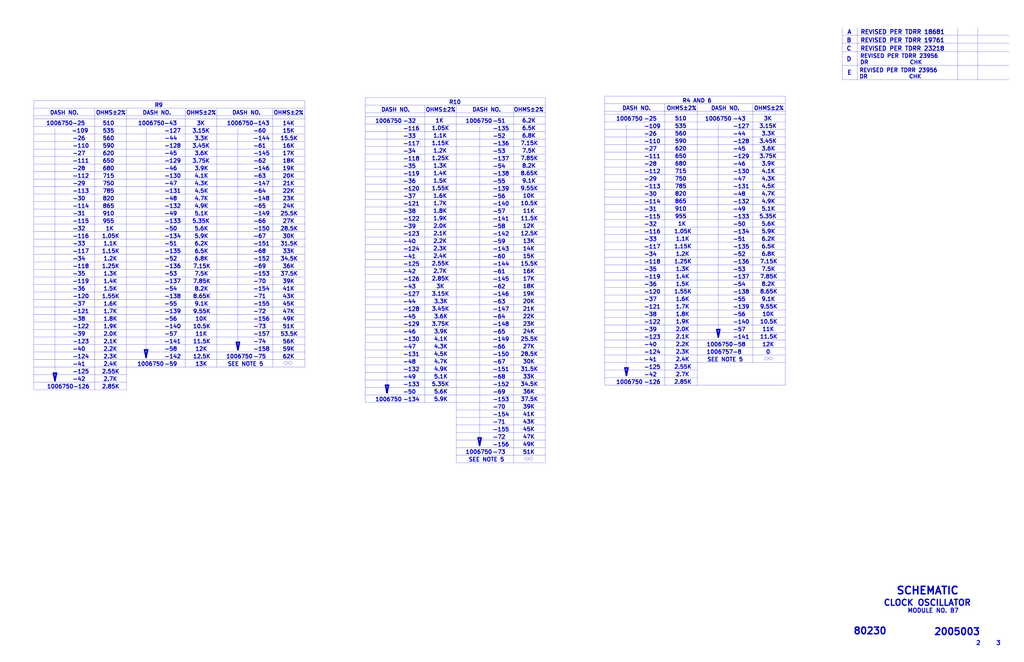
<source format=kicad_sch>
(kicad_sch (version 20211123) (generator eeschema)
  (paper "D")
  (polyline (pts (xy 509.905 81.28) (xy 662.305 81.28)) (stroke (width 0) (type solid)))
  (polyline (pts (xy 307.975 314.325) (xy 459.74 314.325)) (stroke (width 0) (type solid)))
  (polyline (pts (xy 124.46 295.275) (xy 123.19 301.625)) (stroke (width 1.27) (type solid)))
  (polyline (pts (xy 28.575 246.38) (xy 257.175 246.38)) (stroke (width 0) (type solid)))
  (polyline (pts (xy 509.905 172.72) (xy 662.305 172.72)) (stroke (width 0) (type solid)))
  (polyline (pts (xy 509.905 267.97) (xy 662.305 267.97)) (stroke (width 0) (type solid)))
  (polyline (pts (xy 307.975 111.125) (xy 459.74 111.125)) (stroke (width 0) (type solid)))
  (polyline (pts (xy 307.975 168.275) (xy 459.74 168.275)) (stroke (width 0) (type solid)))
  (polyline (pts (xy 182.88 91.44) (xy 182.88 309.88)) (stroke (width 0) (type solid)))
  (polyline (pts (xy 307.975 98.425) (xy 459.74 98.425)) (stroke (width 0) (type solid)))
  (polyline (pts (xy 433.07 88.9) (xy 433.07 390.525)) (stroke (width 0) (type solid)))
  (polyline (pts (xy 199.39 288.925) (xy 201.93 288.925)) (stroke (width 1.27) (type solid)))
  (polyline (pts (xy 509.905 261.62) (xy 662.305 261.62)) (stroke (width 0) (type solid)))
  (polyline (pts (xy 710.311 23.368) (xy 710.311 67.31)) (stroke (width 0) (type solid)))
  (polyline (pts (xy 307.975 219.075) (xy 459.74 219.075)) (stroke (width 0) (type solid)))
  (polyline (pts (xy 80.01 91.44) (xy 80.01 328.93)) (stroke (width 0) (type solid)))
  (polyline (pts (xy 509.905 109.22) (xy 662.305 109.22)) (stroke (width 0) (type solid)))
  (polyline (pts (xy 307.975 117.475) (xy 459.74 117.475)) (stroke (width 0) (type solid)))
  (polyline (pts (xy 45.085 314.96) (xy 47.625 314.96)) (stroke (width 1.27) (type solid)))
  (polyline (pts (xy 509.905 293.37) (xy 662.305 293.37)) (stroke (width 0) (type solid)))
  (polyline (pts (xy 307.975 244.475) (xy 459.74 244.475)) (stroke (width 0) (type solid)))
  (polyline (pts (xy 509.905 325.12) (xy 662.305 325.12)) (stroke (width 0) (type solid)))
  (polyline (pts (xy 384.81 371.475) (xy 459.74 371.475)) (stroke (width 0) (type solid)))
  (polyline (pts (xy 46.355 321.31) (xy 45.085 314.96)) (stroke (width 1.27) (type solid)))
  (polyline (pts (xy 384.81 365.125) (xy 459.74 365.125)) (stroke (width 0) (type solid)))
  (polyline (pts (xy 257.175 85.09) (xy 257.175 309.88)) (stroke (width 0) (type solid)))
  (polyline (pts (xy 28.575 170.18) (xy 257.175 170.18)) (stroke (width 0) (type solid)))
  (polyline (pts (xy 307.975 104.775) (xy 459.74 104.775)) (stroke (width 0) (type solid)))
  (polyline (pts (xy 509.905 223.52) (xy 662.305 223.52)) (stroke (width 0) (type solid)))
  (polyline (pts (xy 28.575 240.03) (xy 257.175 240.03)) (stroke (width 0) (type solid)))
  (polyline (pts (xy 509.905 102.87) (xy 662.305 102.87)) (stroke (width 0) (type solid)))
  (polyline (pts (xy 307.975 288.925) (xy 459.74 288.925)) (stroke (width 0) (type solid)))
  (polyline (pts (xy 28.575 125.73) (xy 257.175 125.73)) (stroke (width 0) (type solid)))
  (polyline (pts (xy 28.575 106.68) (xy 257.175 106.68)) (stroke (width 0) (type solid)))
  (polyline (pts (xy 28.575 201.93) (xy 257.175 201.93)) (stroke (width 0) (type solid)))
  (polyline (pts (xy 509.905 312.42) (xy 588.01 312.42)) (stroke (width 0) (type solid)))
  (polyline (pts (xy 307.975 295.275) (xy 459.74 295.275)) (stroke (width 0) (type solid)))
  (polyline (pts (xy 509.905 191.77) (xy 662.305 191.77)) (stroke (width 0) (type solid)))
  (polyline (pts (xy 123.19 301.625) (xy 121.92 295.275)) (stroke (width 1.27) (type solid)))
  (polyline (pts (xy 28.575 85.09) (xy 257.175 85.09)) (stroke (width 0) (type solid)))
  (polyline (pts (xy 384.81 377.825) (xy 459.74 377.825)) (stroke (width 0) (type solid)))
  (polyline (pts (xy 509.905 198.12) (xy 662.305 198.12)) (stroke (width 0) (type solid)))
  (polyline (pts (xy 46.355 108.585) (xy 46.355 321.31)) (stroke (width 0) (type solid)))
  (polyline (pts (xy 851.0524 36.5252) (xy 710.4634 36.5252)) (stroke (width 0) (type solid)))
  (polyline (pts (xy 28.575 290.83) (xy 257.175 290.83)) (stroke (width 0) (type solid)))
  (polyline (pts (xy 384.81 358.775) (xy 459.74 358.775)) (stroke (width 0) (type solid)))
  (polyline (pts (xy 28.575 227.33) (xy 257.175 227.33)) (stroke (width 0) (type solid)))
  (polyline (pts (xy 384.81 88.9) (xy 384.81 390.525)) (stroke (width 0) (type solid)))
  (polyline (pts (xy 307.975 225.425) (xy 459.74 225.425)) (stroke (width 0) (type solid)))
  (polyline (pts (xy 605.79 285.115) (xy 605.79 104.775)) (stroke (width 0) (type solid)))
  (polyline (pts (xy 405.765 369.57) (xy 404.495 375.92)) (stroke (width 1.27) (type solid)))
  (polyline (pts (xy 509.905 248.92) (xy 662.305 248.92)) (stroke (width 0) (type solid)))
  (polyline (pts (xy 325.12 325.12) (xy 327.66 325.12)) (stroke (width 1.27) (type solid)))
  (polyline (pts (xy 509.905 318.77) (xy 588.01 318.77)) (stroke (width 0) (type solid)))
  (polyline (pts (xy 824.611 23.368) (xy 824.611 67.2846)) (stroke (width 0) (type solid)))
  (polyline (pts (xy 307.975 161.925) (xy 459.74 161.925)) (stroke (width 0) (type solid)))
  (polyline (pts (xy 307.975 88.9) (xy 459.74 88.9)) (stroke (width 0) (type solid)))
  (polyline (pts (xy 229.87 91.44) (xy 229.87 309.88)) (stroke (width 0) (type solid)))
  (polyline (pts (xy 307.975 155.575) (xy 459.74 155.575)) (stroke (width 0) (type solid)))
  (polyline (pts (xy 123.19 107.95) (xy 123.19 301.625)) (stroke (width 0) (type solid)))
  (polyline (pts (xy 560.705 87.63) (xy 560.705 325.12)) (stroke (width 0) (type solid)))
  (polyline (pts (xy 384.81 352.425) (xy 459.74 352.425)) (stroke (width 0) (type solid)))
  (polyline (pts (xy 28.575 259.08) (xy 257.175 259.08)) (stroke (width 0) (type solid)))
  (polyline (pts (xy 307.975 142.875) (xy 459.74 142.875)) (stroke (width 0) (type solid)))
  (polyline (pts (xy 509.905 160.02) (xy 662.305 160.02)) (stroke (width 0) (type solid)))
  (polyline (pts (xy 307.975 276.225) (xy 459.74 276.225)) (stroke (width 0) (type solid)))
  (polyline (pts (xy 28.575 214.63) (xy 257.175 214.63)) (stroke (width 0) (type solid)))
  (polyline (pts (xy 28.575 113.03) (xy 257.175 113.03)) (stroke (width 0) (type solid)))
  (polyline (pts (xy 384.81 390.525) (xy 459.74 390.525)) (stroke (width 0) (type solid)))
  (polyline (pts (xy 307.975 333.375) (xy 459.74 333.375)) (stroke (width 0) (type solid)))
  (polyline (pts (xy 28.575 328.93) (xy 106.68 328.93)) (stroke (width 0) (type solid)))
  (polyline (pts (xy 604.52 278.13) (xy 607.06 278.13)) (stroke (width 1.27) (type solid)))
  (polyline (pts (xy 28.575 182.88) (xy 257.175 182.88)) (stroke (width 0) (type solid)))
  (polyline (pts (xy 307.975 250.825) (xy 459.74 250.825)) (stroke (width 0) (type solid)))
  (polyline (pts (xy 307.975 136.525) (xy 459.74 136.525)) (stroke (width 0) (type solid)))
  (polyline (pts (xy 28.575 322.58) (xy 106.68 322.58)) (stroke (width 0) (type solid)))
  (polyline (pts (xy 509.905 179.07) (xy 662.305 179.07)) (stroke (width 0) (type solid)))
  (polyline (pts (xy 509.905 274.32) (xy 662.305 274.32)) (stroke (width 0) (type solid)))
  (polyline (pts (xy 326.39 331.47) (xy 325.12 325.12)) (stroke (width 1.27) (type solid)))
  (polyline (pts (xy 807.6946 23.3426) (xy 807.6946 67.2592)) (stroke (width 0) (type solid)))
  (polyline (pts (xy 509.905 87.63) (xy 662.305 87.63)) (stroke (width 0) (type solid)))
  (polyline (pts (xy 404.495 375.92) (xy 404.495 106.68)) (stroke (width 0) (type solid)))
  (polyline (pts (xy 635 87.63) (xy 635 306.07)) (stroke (width 0) (type solid)))
  (polyline (pts (xy 28.575 176.53) (xy 257.175 176.53)) (stroke (width 0) (type solid)))
  (polyline (pts (xy 307.975 257.175) (xy 459.74 257.175)) (stroke (width 0) (type solid)))
  (polyline (pts (xy 28.575 100.33) (xy 257.175 100.33)) (stroke (width 0) (type solid)))
  (polyline (pts (xy 121.92 295.275) (xy 124.46 295.275)) (stroke (width 1.27) (type solid)))
  (polyline (pts (xy 28.575 309.88) (xy 257.175 309.88)) (stroke (width 0) (type solid)))
  (polyline (pts (xy 509.905 140.97) (xy 662.305 140.97)) (stroke (width 0) (type solid)))
  (polyline (pts (xy 509.905 236.22) (xy 662.305 236.22)) (stroke (width 0) (type solid)))
  (polyline (pts (xy 307.975 327.025) (xy 459.74 327.025)) (stroke (width 0) (type solid)))
  (polyline (pts (xy 509.905 134.62) (xy 662.305 134.62)) (stroke (width 0) (type solid)))
  (polyline (pts (xy 307.975 82.55) (xy 459.74 82.55)) (stroke (width 0) (type solid)))
  (polyline (pts (xy 509.905 210.82) (xy 662.305 210.82)) (stroke (width 0) (type solid)))
  (polyline (pts (xy 307.975 206.375) (xy 459.74 206.375)) (stroke (width 0) (type solid)))
  (polyline (pts (xy 307.975 82.55) (xy 307.975 339.725)) (stroke (width 0) (type solid)))
  (polyline (pts (xy 28.575 297.18) (xy 257.175 297.18)) (stroke (width 0) (type solid)))
  (polyline (pts (xy 509.905 287.02) (xy 662.305 287.02)) (stroke (width 0) (type solid)))
  (polyline (pts (xy 509.905 306.07) (xy 662.305 306.07)) (stroke (width 0) (type solid)))
  (polyline (pts (xy 509.905 153.67) (xy 662.305 153.67)) (stroke (width 0) (type solid)))
  (polyline (pts (xy 307.975 200.025) (xy 459.74 200.025)) (stroke (width 0) (type solid)))
  (polyline (pts (xy 200.66 295.275) (xy 200.66 108.585)) (stroke (width 0) (type solid)))
  (polyline (pts (xy 384.81 384.175) (xy 459.74 384.175)) (stroke (width 0) (type solid)))
  (polyline (pts (xy 527.05 310.515) (xy 529.59 310.515)) (stroke (width 1.27) (type solid)))
  (polyline (pts (xy 28.575 151.13) (xy 257.175 151.13)) (stroke (width 0) (type solid)))
  (polyline (pts (xy 851.154 43.5864) (xy 710.565 43.5864)) (stroke (width 0) (type solid)))
  (polyline (pts (xy 850.9508 29.6926) (xy 710.3618 29.6926)) (stroke (width 0) (type solid)))
  (polyline (pts (xy 509.905 185.42) (xy 662.305 185.42)) (stroke (width 0) (type solid)))
  (polyline (pts (xy 307.975 193.675) (xy 459.74 193.675)) (stroke (width 0) (type solid)))
  (polyline (pts (xy 850.9 55.245) (xy 710.311 55.245)) (stroke (width 0) (type solid)))
  (polyline (pts (xy 28.575 144.78) (xy 257.175 144.78)) (stroke (width 0) (type solid)))
  (polyline (pts (xy 28.575 132.08) (xy 257.175 132.08)) (stroke (width 0) (type solid)))
  (polyline (pts (xy 509.905 81.28) (xy 509.905 325.12)) (stroke (width 0) (type solid)))
  (polyline (pts (xy 588.01 325.12) (xy 588.01 87.63)) (stroke (width 0) (type solid)))
  (polyline (pts (xy 156.21 91.44) (xy 156.21 309.88)) (stroke (width 0) (type solid)))
  (polyline (pts (xy 28.575 138.43) (xy 257.175 138.43)) (stroke (width 0) (type solid)))
  (polyline (pts (xy 307.975 130.175) (xy 459.74 130.175)) (stroke (width 0) (type solid)))
  (polyline (pts (xy 307.975 123.825) (xy 459.74 123.825)) (stroke (width 0) (type solid)))
  (polyline (pts (xy 509.905 299.72) (xy 662.305 299.72)) (stroke (width 0) (type solid)))
  (polyline (pts (xy 509.905 115.57) (xy 662.305 115.57)) (stroke (width 0) (type solid)))
  (polyline (pts (xy 28.575 220.98) (xy 257.175 220.98)) (stroke (width 0) (type solid)))
  (polyline (pts (xy 28.575 208.28) (xy 257.175 208.28)) (stroke (width 0) (type solid)))
  (polyline (pts (xy 28.575 97.79) (xy 257.175 97.79)) (stroke (width 0) (type solid)))
  (polyline (pts (xy 201.93 288.925) (xy 200.66 295.275)) (stroke (width 1.27) (type solid)))
  (polyline (pts (xy 28.575 284.48) (xy 257.175 284.48)) (stroke (width 0) (type solid)))
  (polyline (pts (xy 307.975 282.575) (xy 459.74 282.575)) (stroke (width 0) (type solid)))
  (polyline (pts (xy 528.32 105.41) (xy 528.32 316.865)) (stroke (width 0) (type solid)))
  (polyline (pts (xy 509.905 147.32) (xy 662.305 147.32)) (stroke (width 0) (type solid)))
  (polyline (pts (xy 307.975 212.725) (xy 459.74 212.725)) (stroke (width 0) (type solid)))
  (polyline (pts (xy 307.975 307.975) (xy 459.74 307.975)) (stroke (width 0) (type solid)))
  (polyline (pts (xy 307.975 339.725) (xy 459.74 339.725)) (stroke (width 0) (type solid)))
  (polyline (pts (xy 307.975 320.675) (xy 459.74 320.675)) (stroke (width 0) (type solid)))
  (polyline (pts (xy 28.575 252.73) (xy 257.175 252.73)) (stroke (width 0) (type solid)))
  (polyline (pts (xy 28.575 189.23) (xy 257.175 189.23)) (stroke (width 0) (type solid)))
  (polyline (pts (xy 28.575 316.23) (xy 106.68 316.23)) (stroke (width 0) (type solid)))
  (polyline (pts (xy 307.975 149.225) (xy 459.74 149.225)) (stroke (width 0) (type solid)))
  (polyline (pts (xy 307.975 187.325) (xy 459.74 187.325)) (stroke (width 0) (type solid)))
  (polyline (pts (xy 307.975 231.775) (xy 459.74 231.775)) (stroke (width 0) (type solid)))
  (polyline (pts (xy 384.81 346.075) (xy 459.74 346.075)) (stroke (width 0) (type solid)))
  (polyline (pts (xy 28.575 278.13) (xy 257.175 278.13)) (stroke (width 0) (type solid)))
  (polyline (pts (xy 28.575 119.38) (xy 257.175 119.38)) (stroke (width 0) (type solid)))
  (polyline (pts (xy 509.905 96.52) (xy 662.305 96.52)) (stroke (width 0) (type solid)))
  (polyline (pts (xy 307.975 180.975) (xy 459.74 180.975)) (stroke (width 0) (type solid)))
  (polyline (pts (xy 607.06 278.13) (xy 605.79 284.48)) (stroke (width 1.27) (type solid)))
  (polyline (pts (xy 47.625 314.96) (xy 46.355 321.31)) (stroke (width 1.27) (type solid)))
  (polyline (pts (xy 28.575 91.44) (xy 257.175 91.44)) (stroke (width 0) (type solid)))
  (polyline (pts (xy 509.905 93.98) (xy 662.305 93.98)) (stroke (width 0) (type solid)))
  (polyline (pts (xy 28.575 195.58) (xy 257.175 195.58)) (stroke (width 0) (type solid)))
  (polyline (pts (xy 509.905 217.17) (xy 662.305 217.17)) (stroke (width 0) (type solid)))
  (polyline (pts (xy 28.575 163.83) (xy 257.175 163.83)) (stroke (width 0) (type solid)))
  (polyline (pts (xy 509.905 204.47) (xy 662.305 204.47)) (stroke (width 0) (type solid)))
  (polyline (pts (xy 307.975 95.25) (xy 459.74 95.25)) (stroke (width 0) (type solid)))
  (polyline (pts (xy 509.905 280.67) (xy 662.305 280.67)) (stroke (width 0) (type solid)))
  (polyline (pts (xy 28.575 233.68) (xy 257.175 233.68)) (stroke (width 0) (type solid)))
  (polyline (pts (xy 509.905 255.27) (xy 662.305 255.27)) (stroke (width 0) (type solid)))
  (polyline (pts (xy 662.305 325.12) (xy 662.305 81.28)) (stroke (width 0) (type solid)))
  (polyline (pts (xy 307.975 263.525) (xy 459.74 263.525)) (stroke (width 0) (type solid)))
  (polyline (pts (xy 509.905 128.27) (xy 662.305 128.27)) (stroke (width 0) (type solid)))
  (polyline (pts (xy 28.575 265.43) (xy 257.175 265.43)) (stroke (width 0) (type solid)))
  (polyline (pts (xy 459.74 82.55) (xy 459.74 390.525)) (stroke (width 0) (type solid)))
  (polyline (pts (xy 605.79 284.48) (xy 604.52 278.13)) (stroke (width 1.27) (type solid)))
  (polyline (pts (xy 106.68 91.44) (xy 106.68 328.93)) (stroke (width 0) (type solid)))
  (polyline (pts (xy 28.575 85.09) (xy 28.575 328.93)) (stroke (width 0) (type solid)))
  (polyline (pts (xy 28.575 157.48) (xy 257.175 157.48)) (stroke (width 0) (type solid)))
  (polyline (pts (xy 710.311 67.31) (xy 850.9 67.31)) (stroke (width 0) (type solid)))
  (polyline (pts (xy 28.575 271.78) (xy 257.175 271.78)) (stroke (width 0) (type solid)))
  (polyline (pts (xy 403.225 369.57) (xy 405.765 369.57)) (stroke (width 1.27) (type solid)))
  (polyline (pts (xy 307.975 301.625) (xy 459.74 301.625)) (stroke (width 0) (type solid)))
  (polyline (pts (xy 327.66 325.12) (xy 326.39 331.47)) (stroke (width 1.27) (type solid)))
  (polyline (pts (xy 509.905 166.37) (xy 662.305 166.37)) (stroke (width 0) (type solid)))
  (polyline (pts (xy 358.14 88.9) (xy 358.14 339.725)) (stroke (width 0) (type solid)))
  (polyline (pts (xy 200.66 295.275) (xy 199.39 288.925)) (stroke (width 1.27) (type solid)))
  (polyline (pts (xy 404.495 375.92) (xy 403.225 369.57)) (stroke (width 1.27) (type solid)))
  (polyline (pts (xy 326.39 106.045) (xy 326.39 332.105)) (stroke (width 0) (type solid)))
  (polyline (pts (xy 528.32 316.865) (xy 527.05 310.515)) (stroke (width 1.27) (type solid)))
  (polyline (pts (xy 307.975 269.875) (xy 459.74 269.875)) (stroke (width 0) (type solid)))
  (polyline (pts (xy 529.59 310.515) (xy 528.32 316.865)) (stroke (width 1.27) (type solid)))
  (polyline (pts (xy 28.575 303.53) (xy 257.175 303.53)) (stroke (width 0) (type solid)))
  (polyline (pts (xy 307.975 174.625) (xy 459.74 174.625)) (stroke (width 0) (type solid)))
  (polyline (pts (xy 509.905 229.87) (xy 662.305 229.87)) (stroke (width 0) (type solid)))
  (polyline (pts (xy 509.905 121.92) (xy 662.305 121.92)) (stroke (width 0) (type solid)))
  (polyline (pts (xy 509.905 242.57) (xy 662.305 242.57)) (stroke (width 0) (type solid)))
  (polyline (pts (xy 307.975 238.125) (xy 459.74 238.125)) (stroke (width 0) (type solid)))
  (polyline (pts (xy 722.9856 23.3934) (xy 722.9856 67.2846)) (stroke (width 0) (type solid)))
  (text "-123" (at 542.925 286.385 0) (effects (font (size 3.302 3.302) (thickness 0.6604) bold) (justify left bottom)))
  (text "-120" (at 60.96 252.095 0) (effects (font (size 3.302 3.302) (thickness 0.6604) bold) (justify left bottom)))
  (text "-109" (at 542.925 108.585 0) (effects (font (size 3.302 3.302) (thickness 0.6604) bold) (justify left bottom)))
  (text "-128" (at 339.725 262.89 0) (effects (font (size 3.302 3.302) (thickness 0.6604) bold) (justify left bottom)))
  (text "17K" (at 440.69 237.3376 0) (effects (font (size 3.302 3.302) (thickness 0.6604) bold) (justify left bottom)))
  (text "1.7K" (at 365.125 173.736 0) (effects (font (size 3.302 3.302) (thickness 0.6604) bold) (justify left bottom)))
  (text "7.15K" (at 162.56 226.695 0) (effects (font (size 3.302 3.302) (thickness 0.6604) bold) (justify left bottom)))
  (text "6.2K" (at 641.985 203.6826 0) (effects (font (size 3.302 3.302) (thickness 0.6604) bold) (justify left bottom)))
  (text "2.4K" (at 86.995 309.245 0) (effects (font (size 3.302 3.302) (thickness 0.6604) bold) (justify left bottom)))
  (text "-127" (at 138.43 112.395 0) (effects (font (size 3.302 3.302) (thickness 0.6604) bold) (justify left bottom)))
  (text "-32" (at 60.96 194.945 0) (effects (font (size 3.302 3.302) (thickness 0.6604) bold) (justify left bottom)))
  (text "1.2K" (at 365.125 129.286 0) (effects (font (size 3.302 3.302) (thickness 0.6604) bold) (justify left bottom)))
  (text "15.5K" (at 236.22 118.745 0) (effects (font (size 3.302 3.302) (thickness 0.6604) bold) (justify left bottom)))
  (text "10.5K" (at 438.785 173.736 0) (effects (font (size 3.302 3.302) (thickness 0.6604) bold) (justify left bottom)))
  (text "-30" (at 60.96 169.545 0) (effects (font (size 3.302 3.302) (thickness 0.6604) bold) (justify left bottom)))
  (text "51K" (at 440.69 383.54 0) (effects (font (size 3.302 3.302) (thickness 0.6604) bold) (justify left bottom)))
  (text "-29" (at 542.925 153.035 0) (effects (font (size 3.302 3.302) (thickness 0.6604) bold) (justify left bottom)))
  (text "1K" (at 571.5 190.9826 0) (effects (font (size 3.302 3.302) (thickness 0.6604) bold) (justify left bottom)))
  (text "-46" (at 617.855 140.335 0) (effects (font (size 3.302 3.302) (thickness 0.6604) bold) (justify left bottom)))
  (text "910" (at 568.96 178.2826 0) (effects (font (size 3.302 3.302) (thickness 0.6604) bold) (justify left bottom)))
  (text "-33" (at 339.725 116.84 0) (effects (font (size 3.302 3.302) (thickness 0.6604) bold) (justify left bottom)))
  (text "24K" (at 440.69 281.7876 0) (effects (font (size 3.302 3.302) (thickness 0.6604) bold) (justify left bottom)))
  (text "3.9K" (at 365.76 281.7876 0) (effects (font (size 3.302 3.302) (thickness 0.6604) bold) (justify left bottom)))
  (text "14K" (at 440.69 211.9376 0) (effects (font (size 3.302 3.302) (thickness 0.6604) bold) (justify left bottom)))
  (text "-45" (at 138.43 131.445 0) (effects (font (size 3.302 3.302) (thickness 0.6604) bold) (justify left bottom)))
  (text "1.2K" (at 86.995 220.345 0) (effects (font (size 3.302 3.302) (thickness 0.6604) bold) (justify left bottom)))
  (text "-64" (at 213.36 163.195 0) (effects (font (size 3.302 3.302) (thickness 0.6604) bold) (justify left bottom)))
  (text "-37" (at 60.96 258.445 0) (effects (font (size 3.302 3.302) (thickness 0.6604) bold) (justify left bottom)))
  (text "1.55K" (at 568.325 248.1326 0) (effects (font (size 3.302 3.302) (thickness 0.6604) bold) (justify left bottom)))
  (text "45K" (at 440.69 364.3376 0) (effects (font (size 3.302 3.302) (thickness 0.6604) bold) (justify left bottom)))
  (text "-137" (at 138.43 239.395 0) (effects (font (size 3.302 3.302) (thickness 0.6604) bold) (justify left bottom)))
  (text "-60" (at 415.29 218.44 0) (effects (font (size 3.302 3.302) (thickness 0.6604) bold) (justify left bottom)))
  (text "750" (at 86.36 156.845 0) (effects (font (size 3.302 3.302) (thickness 0.6604) bold) (justify left bottom)))
  (text "-51" (at 138.43 207.645 0) (effects (font (size 3.302 3.302) (thickness 0.6604) bold) (justify left bottom)))
  (text "6.2K" (at 163.83 207.645 0) (effects (font (size 3.302 3.302) (thickness 0.6604) bold) (justify left bottom)))
  (text "4.7K" (at 365.76 307.1876 0) (effects (font (size 3.302 3.302) (thickness 0.6604) bold) (justify left bottom)))
  (text "∞" (at 641.6802 307.8988 0) (effects (font (size 10.16 10.16)) (justify left bottom)))
  (text "-155" (at 415.29 364.49 0) (effects (font (size 3.302 3.302) (thickness 0.6604) bold) (justify left bottom)))
  (text "-75" (at 213.36 302.895 0) (effects (font (size 3.302 3.302) (thickness 0.6604) bold) (justify left bottom)))
  (text "1.15K" (at 568.325 210.0326 0) (effects (font (size 3.302 3.302) (thickness 0.6604) bold) (justify left bottom)))
  (text "-47" (at 138.43 156.845 0) (effects (font (size 3.302 3.302) (thickness 0.6604) bold) (justify left bottom)))
  (text "-55" (at 138.43 258.445 0) (effects (font (size 3.302 3.302) (thickness 0.6604) bold) (justify left bottom)))
  (text "1.25K" (at 568.325 222.7326 0) (effects (font (size 3.302 3.302) (thickness 0.6604) bold) (justify left bottom)))
  (text "-133" (at 339.725 326.39 0) (effects (font (size 3.302 3.302) (thickness 0.6604) bold) (justify left bottom)))
  (text "DASH NO." (at 321.31 94.615 0) (effects (font (size 3.302 3.302) (thickness 0.6604) bold) (justify left bottom)))
  (text "-136" (at 415.29 123.19 0) (effects (font (size 3.302 3.302) (thickness 0.6604) bold) (justify left bottom)))
  (text "865" (at 86.36 175.895 0) (effects (font (size 3.302 3.302) (thickness 0.6604) bold) (justify left bottom)))
  (text "33K" (at 440.69 319.8876 0) (effects (font (size 3.302 3.302) (thickness 0.6604) bold) (justify left bottom)))
  (text "-45" (at 617.855 127.635 0) (effects (font (size 3.302 3.302) (thickness 0.6604) bold) (justify left bottom)))
  (text "SEE NOTE 5" (at 191.77 309.245 0) (effects (font (size 3.302 3.302) (thickness 0.6604) bold) (justify left bottom)))
  (text "OHMS±2%" (at 230.505 97.155 0) (effects (font (size 3.302 3.302) (thickness 0.6604) bold) (justify left bottom)))
  (text "-52" (at 138.43 220.345 0) (effects (font (size 3.302 3.302) (thickness 0.6604) bold) (justify left bottom)))
  (text "9.55K" (at 438.785 161.036 0) (effects (font (size 3.302 3.302) (thickness 0.6604) bold) (justify left bottom)))
  (text "510" (at 568.96 102.0826 0) (effects (font (size 3.302 3.302) (thickness 0.6604) bold) (justify left bottom)))
  (text "-70" (at 213.36 239.395 0) (effects (font (size 3.302 3.302) (thickness 0.6604) bold) (justify left bottom)))
  (text "37.5K" (at 236.22 233.045 0) (effects (font (size 3.302 3.302) (thickness 0.6604) bold) (justify left bottom)))
  (text "620" (at 568.96 127.4826 0) (effects (font (size 3.302 3.302) (thickness 0.6604) bold) (justify left bottom)))
  (text "-135" (at 415.29 110.49 0) (effects (font (size 3.302 3.302) (thickness 0.6604) bold) (justify left bottom)))
  (text "-119" (at 60.96 239.395 0) (effects (font (size 3.302 3.302) (thickness 0.6604) bold) (justify left bottom)))
  (text "1.3K" (at 569.595 229.0826 0) (effects (font (size 3.302 3.302) (thickness 0.6604) bold) (justify left bottom)))
  (text "-40" (at 542.925 292.735 0) (effects (font (size 3.302 3.302) (thickness 0.6604) bold) (justify left bottom)))
  (text "-39" (at 60.96 283.845 0) (effects (font (size 3.302 3.302) (thickness 0.6604) bold) (justify left bottom)))
  (text "5.35K" (at 363.855 326.2376 0) (effects (font (size 3.302 3.302) (thickness 0.6604) bold) (justify left bottom)))
  (text "-128" (at 617.855 121.285 0) (effects (font (size 3.302 3.302) (thickness 0.6604) bold) (justify left bottom)))
  (text "-36" (at 542.925 241.935 0) (effects (font (size 3.302 3.302) (thickness 0.6604) bold) (justify left bottom)))
  (text "15K" (at 440.69 218.2876 0) (effects (font (size 3.302 3.302) (thickness 0.6604) bold) (justify left bottom)))
  (text "650" (at 568.96 133.8326 0) (effects (font (size 3.302 3.302) (thickness 0.6604) bold) (justify left bottom)))
  (text "-110" (at 60.96 125.095 0) (effects (font (size 3.302 3.302) (thickness 0.6604) bold) (justify left bottom)))
  (text "-27" (at 542.925 127.635 0) (effects (font (size 3.302 3.302) (thickness 0.6604) bold) (justify left bottom)))
  (text "-57" (at 138.43 283.845 0) (effects (font (size 3.302 3.302) (thickness 0.6604) bold) (justify left bottom)))
  (text "-140" (at 138.43 277.495 0) (effects (font (size 3.302 3.302) (thickness 0.6604) bold) (justify left bottom)))
  (text "-63" (at 213.36 150.495 0) (effects (font (size 3.302 3.302) (thickness 0.6604) bold) (justify left bottom)))
  (text "11.5K" (at 640.715 286.2326 0) (effects (font (size 3.302 3.302) (thickness 0.6604) bold) (justify left bottom)))
  (text "1006750" (at 392.43 104.14 0) (effects (font (size 3.302 3.302) (thickness 0.6604) bold) (justify left bottom)))
  (text "-56" (at 415.29 167.64 0) (effects (font (size 3.302 3.302) (thickness 0.6604) bold) (justify left bottom)))
  (text "REVISED PER TDRR 23956\nDR              CHK" (at 725.17 54.61 0) (effects (font (size 3.302 3.302) (thickness 0.6604) bold) (justify left bottom)))
  (text "4.5K" (at 641.985 159.2326 0) (effects (font (size 3.302 3.302) (thickness 0.6604) bold) (justify left bottom)))
  (text "5.35K" (at 161.925 188.595 0) (effects (font (size 3.302 3.302) (thickness 0.6604) bold) (justify left bottom)))
  (text "-73" (at 415.29 383.54 0) (effects (font (size 3.302 3.302) (thickness 0.6604) bold) (justify left bottom)))
  (text "-65" (at 415.29 281.94 0) (effects (font (size 3.302 3.302) (thickness 0.6604) bold) (justify left bottom)))
  (text "21K" (at 238.125 156.845 0) (effects (font (size 3.302 3.302) (thickness 0.6604) bold) (justify left bottom)))
  (text "28.5K" (at 236.22 194.945 0) (effects (font (size 3.302 3.302) (thickness 0.6604) bold) (justify left bottom)))
  (text "-48" (at 617.855 165.735 0) (effects (font (size 3.302 3.302) (thickness 0.6604) bold) (justify left bottom)))
  (text "-134" (at 138.43 201.295 0) (effects (font (size 3.302 3.302) (thickness 0.6604) bold) (justify left bottom)))
  (text "-58" (at 138.43 296.545 0) (effects (font (size 3.302 3.302) (thickness 0.6604) bold) (justify left bottom)))
  (text "-148" (at 213.36 169.545 0) (effects (font (size 3.302 3.302) (thickness 0.6604) bold) (justify left bottom)))
  (text "18K" (at 440.69 243.6876 0) (effects (font (size 3.302 3.302) (thickness 0.6604) bold) (justify left bottom)))
  (text "-33" (at 542.925 203.835 0) (effects (font (size 3.302 3.302) (thickness 0.6604) bold) (justify left bottom)))
  (text "680" (at 86.36 144.145 0) (effects (font (size 3.302 3.302) (thickness 0.6604) bold) (justify left bottom)))
  (text "-50" (at 339.725 332.74 0) (effects (font (size 3.302 3.302) (thickness 0.6604) bold) (justify left bottom)))
  (text "785" (at 568.96 159.2326 0) (effects (font (size 3.302 3.302) (thickness 0.6604) bold) (justify left bottom)))
  (text "51K" (at 238.125 277.495 0) (effects (font (size 3.302 3.302) (thickness 0.6604) bold) (justify left bottom)))
  (text "-148" (at 415.29 275.59 0) (effects (font (size 3.302 3.302) (thickness 0.6604) bold) (justify left bottom)))
  (text "-32" (at 542.925 191.135 0) (effects (font (size 3.302 3.302) (thickness 0.6604) bold) (justify left bottom)))
  (text "1.55K" (at 363.855 161.036 0) (effects (font (size 3.302 3.302) (thickness 0.6604) bold) (justify left bottom)))
  (text "31.5K" (at 438.785 313.5376 0) (effects (font (size 3.302 3.302) (thickness 0.6604) bold) (justify left bottom)))
  (text "OHMS±2%" (at 433.07 94.615 0) (effects (font (size 3.302 3.302) (thickness 0.6604) bold) (justify left bottom)))
  (text "DASH NO." (at 524.51 93.345 0) (effects (font (size 3.302 3.302) (thickness 0.6604) bold) (justify left bottom)))
  (text "-142" (at 138.43 302.895 0) (effects (font (size 3.302 3.302) (thickness 0.6604) bold) (justify left bottom)))
  (text "-149" (at 213.36 182.245 0) (effects (font (size 3.302 3.302) (thickness 0.6604) bold) (justify left bottom)))
  (text "2.55K" (at 85.725 315.595 0) (effects (font (size 3.302 3.302) (thickness 0.6604) bold) (justify left bottom)))
  (text "1.55K" (at 85.725 252.095 0) (effects (font (size 3.302 3.302) (thickness 0.6604) bold) (justify left bottom)))
  (text "5.9K" (at 163.83 201.295 0) (effects (font (size 3.302 3.302) (thickness 0.6604) bold) (justify left bottom)))
  (text "-153" (at 213.36 233.045 0) (effects (font (size 3.302 3.302) (thickness 0.6604) bold) (justify left bottom)))
  (text "2.2K" (at 365.125 205.486 0) (effects (font (size 3.302 3.302) (thickness 0.6604) bold) (justify left bottom)))
  (text "-154" (at 213.36 245.745 0) (effects (font (size 3.302 3.302) (thickness 0.6604) bold) (justify left bottom)))
  (text "-113" (at 60.96 163.195 0) (effects (font (size 3.302 3.302) (thickness 0.6604) bold) (justify left bottom)))
  (text "24K" (at 238.125 175.895 0) (effects (font (size 3.302 3.302) (thickness 0.6604) bold) (justify left bottom)))
  (text "SCHEMATIC" (at 755.65 502.285 0) (effects (font (size 6.35 6.35) (thickness 1.27) bold) (justify left bottom)))
  (text "3K" (at 165.735 106.045 0) (effects (font (size 3.302 3.302) (thickness 0.6604) bold) (justify left bottom)))
  (text "-34" (at 339.725 129.54 0) (effects (font (size 3.302 3.302) (thickness 0.6604) bold) (justify left bottom)))
  (text "REVISED PER TDRR 23956\nDR              CHK" (at 724.535 66.675 0) (effects (font (size 3.302 3.302) (thickness 0.6604) bold) (justify left bottom)))
  (text "-120" (at 542.925 248.285 0) (effects (font (size 3.302 3.302) (thickness 0.6604) bold) (justify left bottom)))
  (text "10K" (at 642.62 267.1826 0) (effects (font (size 3.302 3.302) (thickness 0.6604) bold) (justify left bottom)))
  (text "-111" (at 542.925 133.985 0) (effects (font (size 3.302 3.302) (thickness 0.6604) bold) (justify left bottom)))
  (text "62K" (at 238.125 302.895 0) (effects (font (size 3.302 3.302) (thickness 0.6604) bold) (justify left bottom)))
  (text "1.05K" (at 85.725 201.295 0) (effects (font (size 3.302 3.302) (thickness 0.6604) bold) (justify left bottom)))
  (text "-156" (at 415.29 377.19 0) (effects (font (size 3.302 3.302) (thickness 0.6604) bold) (justify left bottom)))
  (text "1.6K" (at 86.995 258.445 0) (effects (font (size 3.302 3.302) (thickness 0.6604) bold) (justify left bottom)))
  (text "865" (at 568.96 171.9326 0) (effects (font (size 3.302 3.302) (thickness 0.6604) bold) (justify left bottom)))
  (text "5.9K" (at 365.76 338.9376 0) (effects (font (size 3.302 3.302) (thickness 0.6604) bold) (justify left bottom)))
  (text "A   REVISED PER TDRR 18681" (at 714.375 29.21 0) (effects (font (size 3.556 3.556) (thickness 0.7112) bold) (justify left bottom)))
  (text "2.7K" (at 86.995 321.945 0) (effects (font (size 3.302 3.302) (thickness 0.6604) bold) (justify left bottom)))
  (text "3.3K" (at 641.985 114.7826 0) (effects (font (size 3.302 3.302) (thickness 0.6604) bold) (justify left bottom)))
  (text "34.5K" (at 438.785 326.2376 0) (effects (font (size 3.302 3.302) (thickness 0.6604) bold) (justify left bottom)))
  (text "2.3K" (at 365.125 211.836 0) (effects (font (size 3.302 3.302) (thickness 0.6604) bold) (justify left bottom)))
  (text "2.2K" (at 569.595 292.5826 0) (effects (font (size 3.302 3.302) (thickness 0.6604) bold) (justify left bottom)))
  (text "1006750" (at 316.23 339.09 0) (effects (font (size 3.302 3.302) (thickness 0.6604) bold) (justify left bottom)))
  (text "CLOCK OSCILLATOR" (at 744.855 511.81 0) (effects (font (size 5.08 5.08) (thickness 1.016) bold) (justify left bottom)))
  (text "D" (at 713.74 52.07 0) (effects (font (size 3.556 3.556) (thickness 0.7112) bold) (justify left bottom)))
  (text "560" (at 86.36 118.745 0) (effects (font (size 3.302 3.302) (thickness 0.6604) bold) (justify left bottom)))
  (text "36K" (at 440.69 332.5876 0) (effects (font (size 3.302 3.302) (thickness 0.6604) bold) (justify left bottom)))
  (text "-54" (at 617.855 241.935 0) (effects (font (size 3.302 3.302) (thickness 0.6604) bold) (justify left bottom)))
  (text "-127" (at 617.855 108.585 0) (effects (font (size 3.302 3.302) (thickness 0.6604) bold) (justify left bottom)))
  (text "43K" (at 238.125 252.095 0) (effects (font (size 3.302 3.302) (thickness 0.6604) bold) (justify left bottom)))
  (text "41K" (at 440.69 351.6376 0) (effects (font (size 3.302 3.302) (thickness 0.6604) bold) (justify left bottom)))
  (text "10K" (at 164.465 271.145 0) (effects (font (size 3.302 3.302) (thickness 0.6604) bold) (justify left bottom)))
  (text "5.1K" (at 365.76 319.8876 0) (effects (font (size 3.302 3.302) (thickness 0.6604) bold) (justify left bottom)))
  (text "-130" (at 339.725 288.29 0) (effects (font (size 3.302 3.302) (thickness 0.6604) bold) (justify left bottom)))
  (text "-114" (at 60.96 175.895 0) (effects (font (size 3.302 3.302) (thickness 0.6604) bold) (justify left bottom)))
  (text "-124" (at 60.96 302.895 0) (effects (font (size 3.302 3.302) (thickness 0.6604) bold) (justify left bottom)))
  (text "-156" (at 213.36 271.145 0) (effects (font (size 3.302 3.302) (thickness 0.6604) bold) (justify left bottom)))
  (text "10.5K" (at 162.56 277.495 0) (effects (font (size 3.302 3.302) (thickness 0.6604) bold) (justify left bottom)))
  (text "-153" (at 415.29 339.09 0) (effects (font (size 3.302 3.302) (thickness 0.6604) bold) (justify left bottom)))
  (text "-71" (at 213.36 252.095 0) (effects (font (size 3.302 3.302) (thickness 0.6604) bold) (justify left bottom)))
  (text "2.4K" (at 569.595 305.2826 0) (effects (font (size 3.302 3.302) (thickness 0.6604) bold) (justify left bottom)))
  (text "1.8K" (at 365.125 180.086 0) (effects (font (size 3.302 3.302) (thickness 0.6604) bold) (justify left bottom)))
  (text "4.7K" (at 163.83 169.545 0) (effects (font (size 3.302 3.302) (thickness 0.6604) bold) (justify left bottom)))
  (text "13K" (at 440.69 205.486 0) (effects (font (size 3.302 3.302) (thickness 0.6604) bold) (justify left bottom)))
  (text "1006750" (at 392.43 383.54 0) (effects (font (size 3.302 3.302) (thickness 0.6604) bold) (justify left bottom)))
  (text "-124" (at 542.925 299.085 0) (effects (font (size 3.302 3.302) (thickness 0.6604) bold) (justify left bottom)))
  (text "-46" (at 339.725 281.94 0) (effects (font (size 3.302 3.302) (thickness 0.6604) bold) (justify left bottom)))
  (text "12K" (at 440.69 192.786 0) (effects (font (size 3.302 3.302) (thickness 0.6604) bold) (justify left bottom)))
  (text "2.85K" (at 85.725 328.295 0) (effects (font (size 3.302 3.302) (thickness 0.6604) bold) (justify left bottom)))
  (text "7.15K" (at 438.785 122.936 0) (effects (font (size 3.302 3.302) (thickness 0.6604) bold) (justify left bottom)))
  (text "-151" (at 213.36 207.645 0) (effects (font (size 3.302 3.302) (thickness 0.6604) bold) (justify left bottom)))
  (text "56K" (at 238.125 290.195 0) (effects (font (size 3.302 3.302) (thickness 0.6604) bold) (justify left bottom)))
  (text "-43" (at 339.725 243.84 0) (effects (font (size 3.302 3.302) (thickness 0.6604) bold) (justify left bottom)))
  (text "-40" (at 60.96 296.545 0) (effects (font (size 3.302 3.302) (thickness 0.6604) bold) (justify left bottom)))
  (text "12K" (at 642.62 292.735 0) (effects (font (size 3.302 3.302) (thickness 0.6604) bold) (justify left bottom)))
  (text "5.1K" (at 641.985 178.2826 0) (effects (font (size 3.302 3.302) (thickness 0.6604) bold) (justify left bottom)))
  (text "14K" (at 238.125 106.045 0) (effects (font (size 3.302 3.302) (thickness 0.6604) bold) (justify left bottom)))
  (text "45K" (at 238.125 258.445 0) (effects (font (size 3.302 3.302) (thickness 0.6604) bold) (justify left bottom)))
  (text "1.7K" (at 86.995 264.795 0) (effects (font (size 3.302 3.302) (thickness 0.6604) bold) (justify left bottom)))
  (text "31.5K" (at 236.22 207.645 0) (effects (font (size 3.302 3.302) (thickness 0.6604) bold) (justify left bottom)))
  (text "-42" (at 542.925 318.135 0) (effects (font (size 3.302 3.302) (thickness 0.6604) bold) (justify left bottom)))
  (text "11.5K" (at 438.785 186.436 0) (effects (font (size 3.302 3.302) (thickness 0.6604) bold) (justify left bottom)))
  (text "7.5K" (at 163.83 233.045 0) (effects (font (size 3.302 3.302) (thickness 0.6604) bold) (justify left bottom)))
  (text "750" (at 568.96 152.8826 0) (effects (font (size 3.302 3.302) (thickness 0.6604) bold) (justify left bottom)))
  (text "-111" (at 60.96 137.795 0) (effects (font (size 3.302 3.302) (thickness 0.6604) bold) (justify left bottom)))
  (text "-72" (at 213.36 264.795 0) (effects (font (size 3.302 3.302) (thickness 0.6604) bold) (justify left bottom)))
  (text "7.85K" (at 640.715 235.4326 0) (effects (font (size 3.302 3.302) (thickness 0.6604) bold) (justify left bottom)))
  (text "560" (at 568.96 114.7826 0) (effects (font (size 3.302 3.302) (thickness 0.6604) bold) (justify left bottom)))
  (text "2     3" (at 822.96 544.83 0) (effects (font (size 3.556 3.556) (thickness 0.7112) bold) (justify left bottom)))
  (text "-147" (at 415.29 262.89 0) (effects (font (size 3.302 3.302) (thickness 0.6604) bold) (justify left bottom)))
  (text "-53" (at 415.29 129.54 0) (effects (font (size 3.302 3.302) (thickness 0.6604) bold) (justify left bottom)))
  (text "-119" (at 542.925 235.585 0) (effects (font (size 3.302 3.302) (thickness 0.6604) bold) (justify left bottom)))
  (text "1.05K" (at 568.325 197.3326 0) (effects (font (size 3.302 3.302) (thickness 0.6604) bold) (justify left bottom)))
  (text "-67" (at 213.36 201.295 0) (effects (font (size 3.302 3.302) (thickness 0.6604) bold) (justify left bottom)))
  (text "-62" (at 415.29 243.84 0) (effects (font (size 3.302 3.302) (thickness 0.6604) bold) (justify left bottom)))
  (text "1.3K" (at 365.125 141.986 0) (effects (font (size 3.302 3.302) (thickness 0.6604) bold) (justify left bottom)))
  (text "-149" (at 415.29 288.29 0) (effects (font (size 3.302 3.302) (thickness 0.6604) bold) (justify left bottom)))
  (text "-152" (at 213.36 220.345 0) (effects (font (size 3.302 3.302) (thickness 0.6604) bold) (justify left bottom)))
  (text "-123" (at 339.725 199.39 0) (effects (font (size 3.302 3.302) (thickness 0.6604) bold) (justify left bottom)))
  (text "8.65K" (at 640.715 248.1326 0) (effects (font (size 3.302 3.302) (thickness 0.6604) bold) (justify left bottom)))
  (text "12.5K" (at 162.56 302.895 0) (effects (font (size 3.302 3.302) (thickness 0.6604) bold) (justify left bottom)))
  (text "-136" (at 138.43 226.695 0) (effects (font (size 3.302 3.302) (thickness 0.6604) bold) (justify left bottom)))
  (text "-132" (at 617.855 172.085 0) (effects (font (size 3.302 3.302) (thickness 0.6604) bold) (justify left bottom)))
  (text "715" (at 86.36 150.495 0) (effects (font (size 3.302 3.302) (thickness 0.6604) bold) (justify left bottom)))
  (text "16K" (at 440.69 230.9876 0) (effects (font (size 3.302 3.302) (thickness 0.6604) bold) (justify left bottom)))
  (text "4.5K" (at 163.83 163.195 0) (effects (font (size 3.302 3.302) (thickness 0.6604) bold) (justify left bottom)))
  (text "-47" (at 339.725 294.64 0) (effects (font (size 3.302 3.302) (thickness 0.6604) bold) (justify left bottom)))
  (text "-69" (at 415.29 332.74 0) (effects (font (size 3.302 3.302) (thickness 0.6604) bold) (justify left bottom)))
  (text "19K" (at 440.69 250.0376 0) (effects (font (size 3.302 3.302) (thickness 0.6604) bold) (justify left bottom)))
  (text "-47" (at 617.855 153.035 0) (effects (font (size 3.302 3.302) (thickness 0.6604) bold) (justify left bottom)))
  (text "11K" (at 164.465 283.845 0) (effects (font (size 3.302 3.302) (thickness 0.6604) bold) (justify left bottom)))
  (text "-46" (at 138.43 144.145 0) (effects (font (size 3.302 3.302) (thickness 0.6604) bold) (justify left bottom)))
  (text "4.3K" (at 641.985 152.8826 0) (effects (font (size 3.302 3.302) (thickness 0.6604) bold) (justify left bottom)))
  (text "-57" (at 415.29 180.34 0) (effects (font (size 3.302 3.302) (thickness 0.6604) bold) (justify left bottom)))
  (text "-137" (at 617.855 235.585 0) (effects (font (size 3.302 3.302) (thickness 0.6604) bold) (justify left bottom)))
  (text "-35" (at 339.725 142.24 0) (effects (font (size 3.302 3.302) (thickness 0.6604) bold) (justify left bottom)))
  (text "-38" (at 60.96 271.145 0) (effects (font (size 3.302 3.302) (thickness 0.6604) bold) (justify left bottom)))
  (text "3.9K" (at 641.985 140.1826 0) (effects (font (size 3.302 3.302) (thickness 0.6604) bold) (justify left bottom)))
  (text "4.9K" (at 365.76 313.5376 0) (effects (font (size 3.302 3.302) (thickness 0.6604) bold) (justify left bottom)))
  (text "-67" (at 415.29 307.34 0) (effects (font (size 3.302 3.302) (thickness 0.6604) bold) (justify left bottom)))
  (text "-145" (at 415.29 237.49 0) (effects (font (size 3.302 3.302) (thickness 0.6604) bold) (justify left bottom)))
  (text "2.3K" (at 86.995 302.895 0) (effects (font (size 3.302 3.302) (thickness 0.6604) bold) (justify left bottom)))
  (text "15.5K" (at 438.785 224.6376 0) (effects (font (size 3.302 3.302) (thickness 0.6604) bold) (justify left bottom)))
  (text "MODULE NO. B7" (at 765.175 517.525 0) (effects (font (size 3.556 3.556) (thickness 0.7112) bold) (justify left bottom)))
  (text "-139" (at 415.29 161.29 0) (effects (font (size 3.302 3.302) (thickness 0.6604) bold) (justify left bottom)))
  (text "41K" (at 238.125 245.745 0) (effects (font (size 3.302 3.302) (thickness 0.6604) bold) (justify left bottom)))
  (text "4.9K" (at 641.985 171.9326 0) (effects (font (size 3.302 3.302) (thickness 0.6604) bold) (justify left bottom)))
  (text "OHMS±2%" (at 635.635 93.345 0) (effects (font (size 3.302 3.302) (thickness 0.6604) bold) (justify left bottom)))
  (text "49K" (at 238.125 271.145 0) (effects (font (size 3.302 3.302) (thickness 0.6604) bold) (justify left bottom)))
  (text "3K" (at 367.665 243.6876 0) (effects (font (size 3.302 3.302) (thickness 0.6604) bold) (justify left bottom)))
  (text "5.9K" (at 641.985 197.3326 0) (effects (font (size 3.302 3.302) (thickness 0.6604) bold) (justify left bottom)))
  (text "3.45K" (at 161.925 125.095 0) (effects (font (size 3.302 3.302) (thickness 0.6604) bold) (justify left bottom)))
  (text "-117" (at 60.96 213.995 0) (effects (font (size 3.302 3.302) (thickness 0.6604) bold) (justify left bottom)))
  (text "12.5K" (at 438.785 199.136 0) (effects (font (size 3.302 3.302) (thickness 0.6604) bold) (justify left bottom)))
  (text "9.55K" (at 640.715 260.8326 0) (effects (font (size 3.302 3.302) (thickness 0.6604) bold) (justify left bottom)))
  (text "6.8K" (at 641.985 216.3826 0) (effects (font (size 3.302 3.302) (thickness 0.6604) bold) (justify left bottom)))
  (text "-122" (at 542.925 273.685 0) (effects (font (size 3.302 3.302) (thickness 0.6604) bold) (justify left bottom)))
  (text "1006750-43" (at 116.205 106.045 0) (effects (font (size 3.302 3.302) (thickness 0.6604) bold) (justify left bottom)))
  (text "6.8K" (at 163.83 220.345 0) (effects (font (size 3.302 3.302) (thickness 0.6604) bold) (justify left bottom)))
  (text "-68" (at 213.36 213.995 0) (effects (font (size 3.302 3.302) (thickness 0.6604) bold) (justify left bottom)))
  (text "1006750" (at 594.36 102.235 0) (effects (font (size 3.302 3.302) (thickness 0.6604) bold) (justify left bottom)))
  (text "-28" (at 60.96 144.145 0) (effects (font (size 3.302 3.302) (thickness 0.6604) bold) (justify left bottom)))
  (text "5.6K" (at 365.76 332.5876 0) (effects (font (size 3.302 3.302) (thickness 0.6604) bold) (justify left bottom)))
  (text "1.15K" (at 85.725 213.995 0) (effects (font (size 3.302 3.302) (thickness 0.6604) bold) (justify left bottom)))
  (text "1.9K" (at 365.125 186.436 0) (effects (font (size 3.302 3.302) (thickness 0.6604) bold) (justify left bottom)))
  (text "6.5K" (at 641.985 210.0326 0) (effects (font (size 3.302 3.302) (thickness 0.6604) bold) (justify left bottom)))
  (text "-144" (at 415.29 224.79 0) (effects (font (size 3.302 3.302) (thickness 0.6604) bold) (justify left bottom)))
  (text "-140" (at 415.29 173.99 0) (effects (font (size 3.302 3.302) (thickness 0.6604) bold) (justify left bottom)))
  (text "-26" (at 60.96 118.745 0) (effects (font (size 3.302 3.302) (thickness 0.6604) bold) (justify left bottom)))
  (text "2.7K" (at 569.595 317.9826 0) (effects (font (size 3.302 3.302) (thickness 0.6604) bold) (justify left bottom)))
  (text "620" (at 86.36 131.445 0) (effects (font (size 3.302 3.302) (thickness 0.6604) bold) (justify left bottom)))
  (text "-59" (at 138.43 309.245 0) (effects (font (size 3.302 3.302) (thickness 0.6604) bold) (justify left bottom)))
  (text "-50" (at 617.855 191.135 0) (effects (font (size 3.302 3.302) (thickness 0.6604) bold) (justify left bottom)))
  (text "4.1K" (at 365.76 288.1376 0) (effects (font (size 3.302 3.302) (thickness 0.6604) bold) (justify left bottom)))
  (text "1K" (at 367.03 103.886 0) (effects (font (size 3.302 3.302) (thickness 0.6604) bold) (justify left bottom)))
  (text "1.9K" (at 86.995 277.495 0) (effects (font (size 3.302 3.302) (thickness 0.6604) bold) (justify left bottom)))
  (text "-115" (at 60.96 188.595 0) (effects (font (size 3.302 3.302) (thickness 0.6604) bold) (justify left bottom)))
  (text "1.4K" (at 569.595 235.4326 0) (effects (font (size 3.302 3.302) (thickness 0.6604) bold) (justify left bottom)))
  (text "-139" (at 138.43 264.795 0) (effects (font (size 3.302 3.302) (thickness 0.6604) bold) (justify left bottom)))
  (text "820" (at 568.96 165.5826 0) (effects (font (size 3.302 3.302) (thickness 0.6604) bold) (justify left bottom)))
  (text "25.5K" (at 236.22 182.245 0) (effects (font (size 3.302 3.302) (thickness 0.6604) bold) (justify left bottom)))
  (text "SEE NOTE 5" (at 394.97 389.89 0) (effects (font (size 3.302 3.302) (thickness 0.6604) bold) (justify left bottom)))
  (text "0" (at 645.795 299.085 0) (effects (font (size 3.302 3.302) (thickness 0.6604) bold) (justify left bottom)))
  (text "-147" (at 213.36 156.845 0) (effects (font (size 3.302 3.302) (thickness 0.6604) bold) (justify left bottom)))
  (text "3.6K" (at 163.83 131.445 0) (effects (font (size 3.302 3.302) (thickness 0.6604) bold) (justify left bottom)))
  (text "-61" (at 415.29 231.14 0) (effects (font (size 3.302 3.302) (thickness 0.6604) bold) (justify left bottom)))
  (text "-155" (at 213.36 258.445 0) (effects (font (size 3.302 3.302) (thickness 0.6604) bold) (justify left bottom)))
  (text "-130" (at 617.855 146.685 0) (effects (font (size 3.302 3.302) (thickness 0.6604) bold) (justify left bottom)))
  (text "-33" (at 60.96 207.645 0) (effects (font (size 3.302 3.302) (thickness 0.6604) bold) (justify left bottom)))
  (text "-141" (at 617.855 286.385 0) (effects (font (size 3.302 3.302) (thickness 0.6604) bold) (justify left bottom)))
  (text "59K" (at 238.125 296.545 0) (effects (font (size 3.302 3.302) (thickness 0.6604) bold) (justify left bottom)))
  (text "-145" (at 213.36 131.445 0) (effects (font (size 3.302 3.302) (thickness 0.6604) bold) (justify left bottom)))
  (text "43K" (at 440.69 357.9876 0) (effects (font (size 3.302 3.302) (thickness 0.6604) bold) (justify left bottom)))
  (text "-44" (at 617.855 114.935 0) (effects (font (size 3.302 3.302) (thickness 0.6604) bold) (justify left bottom)))
  (text "1.9K" (at 569.595 273.5326 0) (effects (font (size 3.302 3.302) (thickness 0.6604) bold) (justify left bottom)))
  (text "4.3K" (at 163.83 156.845 0) (effects (font (size 3.302 3.302) (thickness 0.6604) bold) (justify left bottom)))
  (text "-135" (at 617.855 210.185 0) (effects (font (size 3.302 3.302) (thickness 0.6604) bold) (justify left bottom)))
  (text "-116" (at 542.925 197.485 0) (effects (font (size 3.302 3.302) (thickness 0.6604) bold) (justify left bottom)))
  (text "OHMS±2%" (at 358.775 94.615 0) (effects (font (size 3.302 3.302) (thickness 0.6604) bold) (justify left bottom)))
  (text "-26" (at 542.925 114.935 0) (effects (font (size 3.302 3.302) (thickness 0.6604) bold) (justify left bottom)))
  (text "-63" (at 415.29 256.54 0) (effects (font (size 3.302 3.302) (thickness 0.6604) bold) (justify left bottom)))
  (text "18K" (at 238.125 137.795 0) (effects (font (size 3.302 3.302) (thickness 0.6604) bold) (justify left bottom)))
  (text "-61" (at 213.36 125.095 0) (effects (font (size 3.302 3.302) (thickness 0.6604) bold) (justify left bottom)))
  (text "8.2K" (at 440.055 141.986 0) (effects (font (size 3.302 3.302) (thickness 0.6604) bold) (justify left bottom)))
  (text "-72" (at 415.29 370.84 0) (effects (font (size 3.302 3.302) (thickness 0.6604) bold) (justify left bottom)))
  (text "1.5K" (at 86.995 245.745 0) (effects (font (size 3.302 3.302) (thickness 0.6604) bold) (justify left bottom)))
  (text "-55" (at 415.29 154.94 0) (effects (font (size 3.302 3.302) (thickness 0.6604) bold) (justify left bottom)))
  (text "-41" (at 542.925 305.435 0) (effects (font (size 3.302 3.302) (thickness 0.6604) bold) (justify left bottom)))
  (text "-41" (at 339.725 218.44 0) (effects (font (size 3.302 3.302) (thickness 0.6604) bold) (justify left bottom)))
  (text "535" (at 568.96 108.4326 0) (effects (font (size 3.302 3.302) (thickness 0.6604) bold) (justify left bottom)))
  (text "-109" (at 60.325 112.395 0) (effects (font (size 3.302 3.302) (thickness 0.6604) bold) (justify left bottom)))
  (text "3.15K" (at 363.855 250.0376 0) (effects (font (size 3.302 3.302) (thickness 0.6604) bold) (justify left bottom)))
  (text "-36" (at 339.725 154.94 0) (effects (font (size 3.302 3.302) (thickness 0.6604) bold) (justify left bottom)))
  (text "-38" (at 542.925 267.335 0) (effects (font (size 3.302 3.302) (thickness 0.6604) bold) (justify left bottom)))
  (text "5.35K" (at 640.08 184.6326 0) (effects (font (size 3.302 3.302) (thickness 0.6604) bold) (justify left bottom)))
  (text "-138" (at 617.855 248.285 0) (effects (font (size 3.302 3.302) (thickness 0.6604) bold) (justify left bottom)))
  (text "1.6K" (at 365.125 167.386 0) (effects (font (size 3.302 3.302) (thickness 0.6604) bold) (justify left bottom)))
  (text "-37" (at 339.725 167.64 0) (effects (font (size 3.302 3.302) (thickness 0.6604) bold) (justify left bottom)))
  (text "-133" (at 617.855 184.785 0) (effects (font (size 3.302 3.302) (thickness 0.6604) bold) (justify left bottom)))
  (text "-121" (at 339.725 173.99 0) (effects (font (size 3.302 3.302) (thickness 0.6604) bold) (justify left bottom)))
  (text "-29" (at 60.96 156.845 0) (effects (font (size 3.302 3.302) (thickness 0.6604) bold) (justify left bottom)))
  (text "12K" (at 164.465 296.545 0) (effects (font (size 3.302 3.302) (thickness 0.6604) bold) (justify left bottom)))
  (text "11K" (at 440.69 180.086 0) (effects (font (size 3.302 3.302) (thickness 0.6604) bold) (justify left bottom)))
  (text "1.05K" (at 363.855 110.236 0) (effects (font (size 3.302 3.302) (thickness 0.6604) bold) (justify left bottom)))
  (text "-55" (at 617.855 254.635 0) (effects (font (size 3.302 3.302) (thickness 0.6604) bold) (justify left bottom)))
  (text "22K" (at 440.69 269.0876 0) (effects (font (size 3.302 3.302) (thickness 0.6604) bold) (justify left bottom)))
  (text "-123" (at 60.96 290.195 0) (effects (font (size 3.302 3.302) (thickness 0.6604) bold) (justify left bottom)))
  (text "715" (at 568.96 146.5326 0) (effects (font (size 3.302 3.302) (thickness 0.6604) bold) (justify left bottom)))
  (text "-49" (at 339.725 320.04 0) (effects (font (size 3.302 3.302) (thickness 0.6604) bold) (justify left bottom)))
  (text "-53" (at 617.855 229.235 0) (effects (font (size 3.302 3.302) (thickness 0.6604) bold) (justify left bottom)))
  (text "-130" (at 138.43 150.495 0) (effects (font (size 3.302 3.302) (thickness 0.6604) bold) (justify left bottom)))
  (text "3.3K" (at 365.76 256.3876 0) (effects (font (size 3.302 3.302) (thickness 0.6604) bold) (justify left bottom)))
  (text "2.3K" (at 569.595 298.9326 0) (effects (font (size 3.302 3.302) (thickness 0.6604) bold) (justify left bottom)))
  (text "-37" (at 542.925 254.635 0) (effects (font (size 3.302 3.302) (thickness 0.6604) bold) (justify left bottom)))
  (text "-133" (at 138.43 188.595 0) (effects (font (size 3.302 3.302) (thickness 0.6604) bold) (justify left bottom)))
  (text "-52" (at 415.29 116.84 0) (effects (font (size 3.302 3.302) (thickness 0.6604) bold) (justify left bottom)))
  (text "53.5K" (at 236.22 283.845 0) (effects (font (size 3.302 3.302) (thickness 0.6604) bold) (justify left bottom)))
  (text "910" (at 86.36 182.245 0) (effects (font (size 3.302 3.302) (thickness 0.6604) bold) (justify left bottom)))
  (text "E" (at 714.375 63.5 0) (effects (font (size 3.556 3.556) (thickness 0.7112) bold) (justify left bottom)))
  (text "-134" (at 339.725 339.09 0) (effects (font (size 3.302 3.302) (thickness 0.6604) bold) (justify left bottom)))
  (text "-132" (at 138.43 175.895 0) (effects (font (size 3.302 3.302) (thickness 0.6604) bold) (justify left bottom)))
  (text "4.1K" (at 641.985 146.5326 0) (effects (font (size 3.302 3.302) (thickness 0.6604) bold) (justify left bottom)))
  (text "-136" (at 617.855 222.885 0) (effects (font (size 3.302 3.302) (thickness 0.6604) bold) (justify left bottom)))
  (text "-146" (at 415.29 250.19 0) (effects (font (size 3.302 3.302) (thickness 0.6604) bold) (justify left bottom)))
  (text "34.5K" (at 236.22 220.345 0) (effects (font (size 3.302 3.302) (thickness 0.6604) bold) (justify left bottom)))
  (text "-124" (at 339.725 212.09 0) (effects (font (size 3.302 3.302) (thickness 0.6604) bold) (justify left bottom)))
  (text "19K" (at 238.125 144.145 0) (effects (font (size 3.302 3.302) (thickness 0.6604) bold) (justify left bottom)))
  (text "-115" (at 542.925 184.785 0) (effects (font (size 3.302 3.302) (thickness 0.6604) bold) (justify left bottom)))
  (text "7.85K" (at 162.56 239.395 0) (effects (font (size 3.302 3.302) (thickness 0.6604) bold) (justify left bottom)))
  (text "-48" (at 339.725 307.34 0) (effects (font (size 3.302 3.302) (thickness 0.6604) bold) (justify left bottom)))
  (text "15K" (at 238.125 112.395 0) (effects (font (size 3.302 3.302) (thickness 0.6604) bold) (justify left bottom)))
  (text "DASH NO." (at 398.145 94.615 0) (effects (font (size 3.302 3.302) (thickness 0.6604) bold) (justify left bottom)))
  (text "80230" (at 719.455 535.94 0) (effects (font (size 5.715 5.715) (thickness 1.143) bold) (justify left bottom)))
  (text "-151" (at 415.29 313.69 0) (effects (font (size 3.302 3.302) (thickness 0.6604) bold) (justify left bottom)))
  (text "-56" (at 617.855 267.335 0) (effects (font (size 3.302 3.302) (thickness 0.6604) bold) (justify left bottom)))
  (text "-135" (at 138.43 213.995 0) (effects (font (size 3.302 3.302) (thickness 0.6604) bold) (justify left bottom)))
  (text "-126" (at 542.925 324.485 0) (effects (font (size 3.302 3.302) (thickness 0.6604) bold) (justify left bottom)))
  (text "-113" (at 542.925 159.385 0) (effects (font (size 3.302 3.302) (thickness 0.6604) bold) (justify left bottom)))
  (text "3.45K" (at 640.08 121.1326 0) (effects (font (size 3.302 3.302) (thickness 0.6604) bold) (justify left bottom)))
  (text "-40" (at 339.725 205.74 0) (effects (font (size 3.302 3.302) (thickness 0.6604) bold) (justify left bottom)))
  (text "3.75K" (at 161.925 137.795 0) (effects (font (size 3.302 3.302) (thickness 0.6604) bold) (justify left bottom)))
  (text "-59" (at 415.29 205.74 0) (effects (font (size 3.302 3.302) (thickness 0.6604) bold) (justify left bottom)))
  (text "2.0K" (at 86.995 283.845 0) (effects (font (size 3.302 3.302) (thickness 0.6604) bold) (justify left bottom)))
  (text "-137" (at 415.29 135.89 0) (effects (font (size 3.302 3.302) (thickness 0.6604) bold) (justify left bottom)))
  (text "3.15K" (at 161.925 112.395 0) (effects (font (size 3.302 3.302) (thickness 0.6604) bold) (justify left bottom)))
  (text "1006750" (at 519.43 324.485 0) (effects (font (size 3.302 3.302) (thickness 0.6604) bold) (justify left bottom)))
  (text "25.5K" (at 438.785 288.1376 0) (effects (font (size 3.302 3.302) (thickness 0.6604) bold) (justify left bottom)))
  (text "1.1K" (at 569.595 203.6826 0) (effects (font (size 3.302 3.302) (thickness 0.6604) bold) (justify left bottom)))
  (text "10K" (at 440.69 167.386 0) (effects (font (size 3.302 3.302) (thickness 0.6604) bold) (justify left bottom)))
  (text "1.3K" (at 86.995 233.045 0) (effects (font (size 3.302 3.302) (thickness 0.6604) bold) (justify left bottom)))
  (text "39K" (at 238.125 239.395 0) (effects (font (size 3.302 3.302) (thickness 0.6604) bold) (justify left bottom)))
  (text "590" (at 86.36 125.095 0) (effects (font (size 3.302 3.302) (thickness 0.6604) bold) (justify left bottom)))
  (text "-74" (at 213.36 290.195 0) (effects (font (size 3.302 3.302) (thickness 0.6604) bold) (justify left bottom)))
  (text "-54" (at 138.43 245.745 0) (effects (font (size 3.302 3.302) (thickness 0.6604) bold) (justify left bottom)))
  (text "16K" (at 238.125 125.095 0) (effects (font (size 3.302 3.302) (thickness 0.6604) bold) (justify left bottom)))
  (text "1006750" (at 115.57 309.245 0) (effects (font (size 3.302 3.302) (thickness 0.6604) bold) (justify left bottom)))
  (text "-25" (at 542.925 102.235 0) (effects (font (size 3.302 3.302) (thickness 0.6604) bold) (justify left bottom)))
  (text "-143" (at 415.29 212.09 0) (effects (font (size 3.302 3.302) (thickness 0.6604) bold) (justify left bottom)))
  (text "-39" (at 339.725 193.04 0) (effects (font (size 3.302 3.302) (thickness 0.6604) bold) (justify left bottom)))
  (text "DASH NO." (at 599.44 93.345 0) (effects (font (size 3.302 3.302) (thickness 0.6604) bold) (justify left bottom)))
  (text "-66" (at 213.36 188.595 0) (effects (font (size 3.302 3.302) (thickness 0.6604) bold) (justify left bottom)))
  (text "∞" (at 439.42 392.43 0) (effects (font (size 10.16 10.16)) (justify left bottom)))
  (text "28.5K" (at 438.785 300.8376 0) (effects (font (size 3.302 3.302) (thickness 0.6604) bold) (justify left bottom)))
  (text "36K" (at 238.125 226.695 0) (effects (font (size 3.302 3.302) (thickness 0.6604) bold) (justify left bottom)))
  (text "2.0K" (at 365.125 192.786 0) (effects (font (size 3.302 3.302) (thickness 0.6604) bold) (justify left bottom)))
  (text "20K" (at 440.69 256.3876 0) (effects (font (size 3.302 3.302) (thickness 0.6604) bold) (justify left bottom)))
  (text "-158" (at 213.36 296.545 0) (effects (font (size 3.302 3.302) (thickness 0.6604) bold) (justify left bottom)))
  (text "39K" (at 440.69 345.2876 0) (effects (font (size 3.302 3.302) (thickness 0.6604) bold) (justify left bottom)))
  (text "-41" (at 60.96 309.245 0) (effects (font (size 3.302 3.302) (thickness 0.6604) bold) (justify left bottom)))
  (text "6.5K" (at 163.83 213.995 0) (effects (font (size 3.302 3.302) (thickness 0.6604) bold) (justify left bottom)))
  (text "-128" (at 138.43 125.095 0) (effects (font (size 3.302 3.302) (thickness 0.6604) bold) (justify left bottom)))
  (text "8.2K" (at 163.83 245.745 0) (effects (font (size 3.302 3.302) (thickness 0.6604) bold) (justify left bottom)))
  (text "-127" (at 339.725 250.19 0) (effects (font (size 3.302 3.302) (thickness 0.6604) bold) (justify left bottom)))
  (text "27K" (at 440.69 294.4876 0) (effects (font (size 3.302 3.302) (thickness 0.6604) bold) (justify left bottom)))
  (text "1006750-126" (at 39.37 328.295 0) (effects (font (size 3.302 3.302) (thickness 0.6604) bold) (justify left bottom)))
  (text "OHMS±2%" (at 561.975 93.345 0) (effects (font (size 3.302 3.302) (thickness 0.6604) bold) (justify left bottom)))
  (text "R10" (at 378.46 88.265 0) (effects (font (size 3.302 3.302) (thickness 0.6604) bold) (justify left bottom)))
  (text "-27" (at 60.96 131.445 0) (effects (font (size 3.302 3.302) (thickness 0.6604) bold) (justify left bottom)))
  (text "3.3K" (at 163.83 118.745 0) (effects (font (size 3.302 3.302) (thickness 0.6604) bold) (justify left bottom)))
  (text "-30" (at 542.925 165.735 0) (effects (font (size 3.302 3.302) (thickness 0.6604) bold) (justify left bottom)))
  (text "6.8K" (at 440.055 116.586 0) (effects (font (size 3.302 3.302) (thickness 0.6604) bold) (justify left bottom)))
  (text "-70" (at 415.29 345.44 0) (effects (font (size 3.302 3.302) (thickness 0.6604) bold) (justify left bottom)))
  (text "17K" (at 238.125 131.445 0) (effects (font (size 3.302 3.302) (thickness 0.6604) bold) (justify left bottom)))
  (text "3.45K" (at 363.855 262.7376 0) (effects (font (size 3.302 3.302) (thickness 0.6604) bold) (justify left bottom)))
  (text "3.75K" (at 363.855 275.4376 0) (effects (font (size 3.302 3.302) (thickness 0.6604) bold) (justify left bottom)))
  (text "-48" (at 138.43 169.545 0) (effects (font (size 3.302 3.302) (thickness 0.6604) bold) (justify left bottom)))
  (text "2.1K" (at 569.595 286.2326 0) (effects (font (size 3.302 3.302) (thickness 0.6604) bold) (justify left bottom)))
  (text "-60" (at 213.36 112.395 0) (effects (font (size 3.302 3.302) (thickness 0.6604) bold) (justify left bottom)))
  (text "-38" (at 339.725 180.34 0) (effects (font (size 3.302 3.302) (thickness 0.6604) bold) (justify left bottom)))
  (text "1.5K" (at 365.125 154.686 0) (effects (font (size 3.302 3.302) (thickness 0.6604) bold) (justify left bottom)))
  (text "-58" (at 415.29 193.04 0) (effects (font (size 3.302 3.302) (thickness 0.6604) bold) (justify left bottom)))
  (text "2.0K" (at 569.595 279.8826 0) (effects (font (size 3.302 3.302) (thickness 0.6604) bold) (justify left bottom)))
  (text "2.55K" (at 568.325 311.6326 0) (effects (font (size 3.302 3.302) (thickness 0.6604) bold) (justify left bottom)))
  (text "7.5K" (at 641.985 229.0826 0) (effects (font (size 3.302 3.302) (thickness 0.6604) bold) (justify left bottom)))
  (text "1.25K" (at 363.855 135.636 0) (effects (font (size 3.302 3.302) (thickness 0.6604) bold) (justify left bottom)))
  (text "-56" (at 138.43 271.145 0) (effects (font (size 3.302 3.302) (thickness 0.6604) bold) (justify left bottom)))
  (text "9.55K" (at 162.56 264.795 0) (effects (font (size 3.302 3.302) (thickness 0.6604) bold) (justify left bottom)))
  (text "-28" (at 542.925 140.335 0) (effects (font (size 3.302 3.302) (thickness 0.6604) bold) (justify left bottom)))
  (text "-34" (at 60.96 220.345 0) (effects (font (size 3.302 3.302) (thickness 0.6604) bold) (justify left bottom)))
  (text "1006750-25" (at 38.735 106.045 0) (effects (font (size 3.302 3.302) (thickness 0.6604) bold) (justify left bottom)))
  (text "7.5K" (at 440.055 129.286 0) (effects (font (size 3.302 3.302) (thickness 0.6604) bold) (justify left bottom)))
  (text "-31" (at 60.96 182.245 0) (effects (font (size 3.302 3.302) (thickness 0.6604) bold) (justify left bottom)))
  (text "OHMS±2%" (at 80.645 97.155 0) (effects (font (size 3.302 3.302) (thickness 0.6604) bold) (justify left bottom)))
  (text "23K" (at 238.125 169.545 0) (effects (font (size 3.302 3.302) (thickness 0.6604) bold) (justify left bottom)))
  (text "20K" (at 238.125 150.495 0) (effects (font (size 3.302 3.302) (thickness 0.6604) bold) (justify left bottom)))
  (text "-122" (at 339.725 186.69 0) (effects (font (size 3.302 3.302) (thickness 0.6604) bold) (justify left bottom)))
  (text "9.1K" (at 163.83 258.445 0) (effects (font (size 3.302 3.302) (thickness 0.6604) bold) (justify left bottom)))
  (text "-129" (at 617.855 133.985 0) (effects (font (size 3.302 3.302) (thickness 0.6604) bold) (justify left bottom)))
  (text "-44" (at 138.43 118.745 0) (effects (font (size 3.302 3.302) (thickness 0.6604) bold) (justify left bottom)))
  (text "1.4K" (at 86.995 239.395 0) (effects (font (size 3.302 3.302) (thickness 0.6604) bold) (justify left bottom)))
  (text "-152" (at 415.29 326.39 0) (effects (font (size 3.302 3.302) (thickness 0.6604) bold) (justify left bottom)))
  (text "4.7K" (at 641.985 165.5826 0) (effects (font (size 3.302 3.302) (thickness 0.6604) bold) (justify left bottom)))
  (text "-36" (at 60.96 245.745 0) (effects (font (size 3.302 3.302) (thickness 0.6604) bold) (justify left bottom)))
  (text "-140" (at 617.855 273.685 0) (effects (font (size 3.302 3.302) (thickness 0.6604) bold) (justify left bottom)))
  (text "2.85K" (at 568.325 324.3326 0) (effects (font (size 3.302 3.302) (thickness 0.6604) bold) (justify left bottom)))
  (text "7.85K" (at 438.785 135.636 0) (effects (font (size 3.302 3.302) (thickness 0.6604) bold) (justify left bottom)))
  (text "-64" (at 415.29 269.24 0) (effects (font (size 3.302 3.302) (thickness 0.6604) bold) (justify left bottom)))
  (text "2.2K" (at 86.995 296.545 0) (effects (font (size 3.302 3.302) (thickness 0.6604) bold) (justify left bottom)))
  (text "-129" (at 138.43 137.795 0) (effects (font (size 3.302 3.302) (thickness 0.6604) bold) (justify left bottom)))
  (text "21K" (at 440.69 262.7376 0) (effects (font (size 3.302 3.302) (thickness 0.6604) bold) (justify left bottom)))
  (text "3.75K" (at 640.08 133.8326 0) (effects (font (size 3.302 3.302) (thickness 0.6604) bold) (justify left bottom)))
  (text "-138" (at 415.29 148.59 0) (effects (font (size 3.302 3.302) (thickness 0.6604) bold) (justify left bottom)))
  (text "3K" (at 643.89 102.0826 0) (effects (font (size 3.302 3.302) (thickness 0.6604) bold) (justify left bottom)))
  (text "7.15K" (at 640.715 222.7326 0) (effects (font (size 3.302 3.302) (thickness 0.6604) bold) (justify left bottom)))
  (text "1.5K" (at 569.595 241.7826 0) (effects (font (size 3.302 3.302) (thickness 0.6604) bold) (justify left bottom)))
  (text "-118" (at 339.725 135.89 0) (effects (font (size 3.302 3.302) (thickness 0.6604) bold) (justify left bottom)))
  (text "22K" (at 238.125 163.195 0) (effects (font (size 3.302 3.302) (thickness 0.6604) bold) (justify left bottom)))
  (text "-42" (at 60.96 321.945 0) (effects (font (size 3.302 3.302) (thickness 0.6604) bold) (justify left bottom)))
  (text "-110" (at 542.925 121.285 0) (effects (font (size 3.302 3.302) (thickness 0.6604) bold) (justify left bottom)))
  (text "-157" (at 213.36 283.845 0) (effects (font (size 3.302 3.302) (thickness 0.6604) bold) (justify left bottom)))
  (text "4.9K" (at 163.83 175.895 0) (effects (font (size 3.302 3.302) (thickness 0.6604) bold) (justify left bottom)))
  (text "1.25K" (at 85.725 226.695 0) (effects (font (size 3.302 3.302) (thickness 0.6604) bold) (justify left bottom)))
  (text "-44" (at 339.725 256.54 0) (effects (font (size 3.302 3.302) (thickness 0.6604) bold) (justify left bottom)))
  (text "13K" (at 164.465 309.245 0) (effects (font (size 3.302 3.302) (thickness 0.6604) bold) (justify left bottom)))
  (text "2.1K" (at 86.995 290.195 0) (effects (font (size 3.302 3.302) (thickness 0.6604) bold) (justify left bottom)))
  (text "590" (at 568.96 121.1326 0) (effects (font (size 3.302 3.302) (thickness 0.6604) bold) (justify left bottom)))
  (text "11.5K" (at 162.56 290.195 0) (effects (font (size 3.302 3.302) (thickness 0.6604) bold) (justify left bottom)))
  (text "37.5K" (at 438.785 338.9376 0) (effects (font (size 3.302 3.302) (thickness 0.6604) bold) (justify left bottom)))
  (text "-62" (at 213.36 137.795 0) (effects (font (size 3.302 3.302) (thickness 0.6604) bold) (justify left bottom)))
  (text "-121" (at 542.925 260.985 0) (effects (font (size 3.302 3.302) (thickness 0.6604) bold) (justify left bottom)))
  (text "1006750" (at 190.5 302.895 0) (effects (font (size 3.302 3.302) (thickness 0.6604) bold) (justify left bottom)))
  (text "-125" (at 60.96 315.595 0) (effects (font (size 3.302 3.302) (thickness 0.6604) bold) (justify left bottom)))
  (text "-132" (at 339.725 313.69 0) (effects (font (size 3.302 3.302) (thickness 0.6604) bold) (justify left bottom)))
  (text "-131" (at 138.43 163.195 0) (effects (font (size 3.302 3.302) (thickness 0.6604) bold) (justify left bottom)))
  (text "-31" (at 542.925 178.435 0) (effects (font (size 3.302 3.302) (thickness 0.6604) bold) (justify left bottom)))
  (text "OHMS±2%" (at 156.845 97.155 0) (effects (font (size 3.302 3.302) (thickness 0.6604) bold) (justify left bottom)))
  (text "6.2K" (at 440.055 103.886 0) (effects (font (size 3.302 3.302) (thickness 0.6604) bold) (justify left bottom)))
  (text "1006750" (at 316.23 104.14 0) (effects (font (size 3.302 3.302) (thickness 0.6604) bold) (justify left bottom)))
  (text "-116" (at 339.725 110.49 0) (effects (font (size 3.302 3.302) (thickness 0.6604) bold) (justify left bottom)))
  (text "-73" (at 213.36 277.495 0) (effects (font (size 3.302 3.302) (thickness 0.6604) bold) (justify left bottom)))
  (text "33K" (at 238.125 213.995 0) (effects (font (size 3.302 3.302) (thickness 0.6604) bold) (justify left bottom)))
  (text "1006757-8" (at 595.63 299.085 0) (effects (font (size 3.302 3.302) (thickness 0.6604) bold) (justify left bottom)))
  (text "1.4K" (at 365.125 148.336 0) (effects (font (size 3.302 3.302) (thickness 0.6604) bold) (justify left bottom)))
  (text "-112" (at 542.925 146.685 0) (effects (font (size 3.302 3.302) (thickness 0.6604) bold) (justify left bottom)))
  (text "8.65K" (at 438.785 148.336 0) (effects (font (size 3.302 3.302) (thickness 0.6604) bold) (justify left bottom)))
  (text "5.6K" (at 163.83 194.945 0) (effects (font (size 3.302 3.302) (thickness 0.6604) bold) (justify left bottom)))
  (text "-117" (at 339.725 123.19 0) (effects (font (size 3.302 3.302) (thickness 0.6604) bold) (justify left bottom)))
  (text "47K" (at 238.125 264.795 0) (effects (font (size 3.302 3.302) (thickness 0.6604) bold) (justify left bottom)))
  (text "-50" (at 138.43 194.945 0) (effects (font (size 3.302 3.302) (thickness 0.6604) bold) (justify left bottom)))
  (text "955" (at 86.36 188.595 0) (effects (font (size 3.302 3.302) (thickness 0.6604) bold) (justify left bottom)))
  (text "49K" (at 440.69 377.0376 0) (effects (font (size 3.302 3.302) (thickness 0.6604) bold) (justify left bottom)))
  (text "5.6K" (at 641.985 190.9826 0) (effects (font (size 3.302 3.302) (thickness 0.6604) bold) (justify left bottom)))
  (text "R9" (at 130.175 90.805 0) (effects (font (size 3.302 3.302) (thickness 0.6604) bold) (justify left bottom)))
  (text "-51" (at 415.29 104.14 0) (effects (font (size 3.302 3.302) (thickness 0.6604) bold) (justify left bottom)))
  (text "-141" (at 138.43 290.195 0) (effects (font (size 3.302 3.302) (thickness 0.6604) bold) (justify left bottom)))
  (text "4.3K" (at 365.76 294.4876 0) (effects (font (size 3.302 3.302) (thickness 0.6604) bold) (justify left bottom)))
  (text "-32" (at 339.725 104.14 0) (effects (font (size 3.302 3.302) (thickness 0.6604) bold) (justify left bottom)))
  (text "9.1K" (at 641.985 254.4826 0) (effects (font (size 3.302 3.302) (thickness 0.6604) bold) (justify left bottom)))
  (text "-66" (at 415.29 294.64 0) (effects (font (size 3.302 3.302) (thickness 0.6604) bold) (justify left bottom)))
  (text "C   REVISED PER TDRR 23218" (at 713.74 43.18 0) (effects (font (size 3.556 3.556) (thickness 0.7112) bold) (justify left bottom)))
  (text "1006750" (at 519.43 102.235 0) (effects (font (size 3.302 3.302) (thickness 0.6604) bold) (justify left bottom)))
  (text "535" (at 86.36 112.395 0) (effects (font (size 3.302 3.302) (thickness 0.6604) bold) (justify left bottom)))
  (text "-154" (at 415.29 351.79 0) (effects (font (size 3.302 3.302) (thickness 0.6604) bold) (justify left bottom)))
  (text "-141" (at 415.29 186.69 0) (effects (font (size 3.302 3.302) (thickness 0.6604) bold) (justify left bottom)))
  (text "1.6K" (at 569.595 254.4826 0) (effects (font (size 3.302 3.302) (thickness 0.6604) bold) (justify left bottom)))
  (text "9.1K" (at 440.055 154.686 0) (effects (font (size 3.302 3.302) (thickness 0.6604) bold) (justify left bottom)))
  (text "8.2K" (at 641.985 241.7826 0) (effects (font (size 3.302 3.302) (thickness 0.6604) bold) (justify left bottom)))
  (text "-53" (at 138.43 233.045 0) (effects (font (size 3.302 3.302) (thickness 0.6604) bold) (justify left bottom)))
  (text "R4 AND 6" (at 575.31 86.995 0) (effects (font (size 3.302 3.302) (thickness 0.6604) bold) (justify left bottom)))
  (text "-139" (at 617.855 260.985 0) (effects (font (size 3.302 3.302) (thickness 0.6604) bold) (justify left bottom)))
  (text "1.8K" (at 569.595 267.1826 0) (effects (font (size 3.302 3.302) (thickness 0.6604) bold) (justify left bottom)))
  (text "-121" (at 60.96 264.795 0) (effects (font (size 3.302 3.302) (thickness 0.6604) bold) (justify left bottom)))
  (text "-42" (at 339.725 231.14 0) (effects (font (size 3.302 3.302) (thickness 0.6604) bold) (justify left bottom)))
  (text "-150" (at 213.36 194.945 0) (effects (font (size 3.302 3.302) (thickness 0.6604) bold) (justify left bottom)))
  (text "23K" (at 440.69 275.4376 0) (effects (font (size 3.302 3.302) (thickness 0.6604) bold) (justify left bottom)))
  (text "SEE NOTE 5" (at 596.265 305.435 0) (effects (font (size 3.302 3.302) (thickness 0.6604) bold) (justify left bottom)))
  (text "27K" (at 238.125 188.595 0) (effects (font (size 3.302 3.302) (thickness 0.6604) bold) (justify left bottom)))
  (text "1.2K" (at 569.595 216.3826 0) (effects (font (size 3.302 3.302) (thickness 0.6604) bold) (justify left bottom)))
  (text "1006750-143" (at 191.135 106.045 0) (effects (font (size 3.302 3.302) (thickness 0.6604) bold) (justify left bottom)))
  (text "-117" (at 542.925 210.185 0) (effects (font (size 3.302 3.302) (thickness 0.6604) bold) (justify left bottom)))
  (text "-120" (at 339.725 161.29 0) (effects (font (size 3.302 3.302) (thickness 0.6604) bold) (justify left bottom)))
  (text "955" (at 568.96 184.6326 0) (effects (font (size 3.302 3.302) (thickness 0.6604) bold) (justify left bottom)))
  (text "1.1K" (at 86.995 207.645 0) (effects (font (size 3.302 3.302) (thickness 0.6604) bold) (justify left bottom)))
  (text "785" (at 86.36 163.195 0) (effects (font (size 3.302 3.302) (thickness 0.6604) bold) (justify left bottom)))
  (text "2.55K" (at 363.855 224.536 0) (effects (font (size 3.302 3.302) (thickness 0.6604) bold) (justify left bottom)))
  (text "-131" (at 339.725 300.99 0) (effects (font (size 3.302 3.302) (thickness 0.6604) bold) (justify left bottom)))
  (text "2.7K" (at 365.125 230.886 0) (effects (font (size 3.302 3.302) (thickness 0.6604) bold) (justify left bottom)))
  (text "-71" (at 415.29 358.14 0) (effects (font (size 3.302 3.302) (thickness 0.6604) bold) (justify left bottom)))
  (text "-112" (at 60.96 150.495 0) (effects (font (size 3.302 3.302) (thickness 0.6604) bold) (justify left bottom)))
  (text "47K" (at 440.69 370.6876 0) (effects (font (size 3.302 3.302) (thickness 0.6604) bold) (justify left bottom)))
  (text "1.8K" (at 86.995 271.145 0) (effects (font (size 3.302 3.302) (thickness 0.6604) bold) (justify left bottom)))
  (text "30K" (at 440.69 307.1876 0) (effects (font (size 3.302 3.302) (thickness 0.6604) bold) (justify left bottom)))
  (text "-35" (at 542.925 229.235 0) (effects (font (size 3.302 3.302) (thickness 0.6604) bold) (justify left bottom)))
  (text "1.7K" (at 569.595 260.8326 0) (effects (font (size 3.302 3.302) (thickness 0.6604) bold) (justify left bottom)))
  (text "1006750" (at 595.63 292.735 0) (effects (font (size 3.302 3.302) (thickness 0.6604) bold) (justify left bottom)))
  (text "-144" (at 213.36 118.745 0) (effects (font (size 3.302 3.302) (thickness 0.6604) bold) (justify left bottom)))
  (text "1K" (at 88.9 194.945 0) (effects (font (size 3.302 3.302) (thickness 0.6604) bold) (justify left bottom)))
  (text "-45" (at 339.725 269.24 0) (effects (font (size 3.302 3.302) (thickness 0.6604) bold) (justify left bottom)))
  (text "1.1K" (at 365.125 116.586 0) (effects (font (size 3.302 3.302) (thickness 0.6604) bold) (justify left bottom)))
  (text "-49" (at 138.43 182.245 0) (effects (font (size 3.302 3.302) (thickness 0.6604) bold) (justify left bottom)))
  (text "-65" (at 213.36 175.895 0) (effects (font (size 3.302 3.302) (thickness 0.6604) bold) (justify left bottom)))
  (text "510" (at 86.36 106.045 0) (effects (font (size 3.302 3.302) (thickness 0.6604) bold) (justify left bottom)))
  (text "B   REVISED PER TDRR 19761" (at 713.74 36.195 0) (effects (font (size 3.556 3.556) (thickness 0.7112) bold) (justify left bottom)))
  (text "-122" (at 60.96 277.495 0) (effects (font (size 3.302 3.302) (thickness 0.6604) bold) (justify left bottom)))
  (text "2.4K" (at 365.125 218.186 0) (effects (font (size 3.302 3.302) (thickness 0.6604) bold) (justify left bottom)))
  (text "6.5K" (at 440.055 110.236 0) (effects (font (size 3.302 3.302) (thickness 0.6604) bold) (justify left bottom)))
  (text "-58" (at 617.855 292.735 0) (effects (font (size 3.302 3.302) (thickness 0.6604) bold) (justify left bottom)))
  (text "-39" (at 542.925 280.035 0) (effects (font (size 3.302 3.302) (thickness 0.6604) bold) (justify left bottom)))
  (text "680" (at 568.96 140.1826 0) (effects (font (size 3.302 3.302) (thickness 0.6604) bold) (justify left bottom)))
  (text "3.6K" (at 641.985 127.4826 0) (effects (font (size 3.302 3.302) (thickness 0.6604) bold) (justify left bottom)))
  (text "-134" (at 617.855 197.485 0) (effects (font (size 3.302 3.302) (thickness 0.6604) bold) (justify left bottom)))
  (text "-129" (at 339.725 275.59 0) (effects (font (size 3.302 3.302) (thickness 0.6604) bold) (justify left bottom)))
  (text "DASH NO." (at 41.91 97.155 0) (effects (font (size 3.302 3.302) (thickness 0.6604) bold) (justify left bottom)))
  (text "-125" (at 542.925 311.785 0) (effects (font (size 3.302 3.302) (thickness 0.6604) bold) (justify left bottom)))
  (text "-138" (at 138.43 252.095 0) (effects (font (size 3.302 3.302) (thickness 0.6604) bold) (justify left bottom)))
  (text "-34" (at 542.925 216.535 0) (effects (font (size 3.302 3.302) (thickness 0.6604) bold) (justify left bottom)))
  (text "-51" (at 617.855 203.835 0) (effects (font (size 3.302 3.302) (thickness 0.6604) bold) (justify left bottom)))
  (text "11K" (at 642.62 279.8826 0) (effects (font (size 3.302 3.302) (thickness 0.6604) bold) (justify left bottom)))
  (text "650" (at 86.36 137.795 0) (effects (font (size 3.302 3.302) (thickness 0.6604) bold) (justify left bottom)))
  (text "-126" (at 339.725 237.49 0) (effects (font (size 3.302 3.302) (thickness 0.6604) bold) (justify left bottom)))
  (text "3.9K" (at 163.83 144.145 0) (effects (font (size 3.302 3.302) (thickness 0.6604) bold) (justify left bottom)))
  (text "-131" (at 617.855 159.385 0) (effects (font (size 3.302 3.302) (thickness 0.6604) bold) (justify left bottom)))
  (text "820" (at 86.36 169.545 0) (effects (font (size 3.302 3.302) (thickness 0.6604) bold) (justify left bottom)))
  (text "-69" (at 213.36 226.695 0) (effects (font (size 3.302 3.302) (thickness 0.6604) bold) (justify left bottom)))
  (text "-118" (at 542.925 222.885 0) (effects (font (size 3.302 3.302) (thickness 0.6604) bold) (justify left bottom)))
  (text "3.15K" (at 640.08 108.4326 0) (effects (font (size 3.302 3.302) (thickness 0.6604) bold) (justify left bottom)))
  (text "-57" (at 617.855 280.035 0) (effects (font (size 3.302 3.302) (thickness 0.6604) bold) (justify left bottom)))
  (text "10.5K" (at 640.715 273.5326 0) (effects (font (size 3.302 3.302) (thickness 0.6604) bold) (justify left bottom)))
  (text "-68" (at 415.29 320.04 0) (effects (font (size 3.302 3.302) (thickness 0.6604) bold) (justify left bottom)))
  (text "2.1K" (at 365.125 199.136 0) (effects (font (size 3.302 3.302) (thickness 0.6604) bold) (justify left bottom)))
  (text "-116" (at 60.96 201.295 0) (effects (font (size 3.302 3.302) (thickness 0.6604) bold) (justify left bottom)))
  (text "-52" (at 617.855 216.535 0) (effects (font (size 3.302 3.302) (thickness 0.6604) bold) (justify left bottom)))
  (text "-146" (at 213.36 144.145 0) (effects (font (size 3.302 3.302) (thickness 0.6604) bold) (justify left bottom)))
  (text "4.1K" (at 163.83 150.495 0) (effects (font (size 3.302 3.302) (thickness 0.6604) bold) (justify left bottom)))
  (text "∞" (at 236.5502 311.7088 0) (effects (font (size 10.16 10.16)) (justify left bottom)))
  (text "30K" (at 238.125 201.295 0) (effects (font (size 3.302 3.302) (thickness 0.6604) bold) (justify left bottom)))
  (text "5.1K" (at 163.83 182.245 0) (effects (font (size 3.302 3.302) (thickness 0.6604) bold) (justify left bottom)))
  (text "2.85K" (at 363.855 237.236 0) (effects (font (size 3.302 3.302) (thickness 0.6604) bold) (justify left bottom)))
  (text "-35" (at 60.96 233.045 0) (effects (font (size 3.302 3.302) (thickness 0.6604) bold) (justify left bottom)))
  (text "-114" (at 542.925 172.085 0) (effects (font (size 3.302 3.302) (thickness 0.6604) bold) (justify left bottom)))
  (text "1.15K" (at 363.855 122.936 0) (effects (font (size 3.302 3.302) (thickness 0.6604) bold) (justify left bottom)))
  (text "-118" (at 60.96 226.695 0) (effects (font (size 3.302 3.302) (thickness 0.6604) bold) (justify left bottom)))
  (text "-43" (at 617.855 102.235 0) (effects (font (size 3.302 3.302) (thickness 0.6604) bold) (justify left bottom)))
  (text "-125" (at 339.725 224.79 0) (effects (font (size 3.302 3.302) (thickness 0.6604) bold) (justify left bottom)))
  (text "2005003" (at 787.4 536.575 0) (effects (font (size 5.715 5.715) (thickness 1.143) bold) (justify left bottom)))
  (text "-142" (at 415.29 199.39 0) (effects (font (size 3.302 3.302) (thickness 0.6604) bold) (justify left bottom)))
  (text "4.5K" (at 365.76 300.8376 0) (effects (font (size 3.302 3.302) (thickness 0.6604) bold) (justify left bottom)))
  (text "-119" (at 339.725 148.59 0) (effects (font (size 3.302 3.302) (thickness 0.6604) bold) (justify left bottom)))
  (text "-54" (at 415.29 142.24 0) (effects (font (size 3.302 3.302) (thickness 0.6604) bold) (justify left bottom)))
  (text "-150" (at 415.29 300.99 0) (effects (font (size 3.302 3.302) (thickness 0.6604) bold) (justify left bottom)))
  (text "3.6K" (at 365.76 269.0876 0) (effects (font (size 3.302 3.302) (thickness 0.6604) bold) (justify left bottom)))
  (text "8.65K" (at 162.56 252.095 0) (effects (font (size 3.302 3.302) (thickness 0.6604) bold) (justify left bottom)))
  (text "DASH NO." (at 195.58 97.155 0) (effects (font (size 3.302 3.302) (thickness 0.6604) bold) (justify left bottom)))
  (text "DASH NO." (at 120.015 97.155 0) (effects (font (size 3.302 3.302) (thickness 0.6604) bold) (justify left bottom)))
  (text "-49" (at 617.855 178.435 0) (effects (font (size 3.302 3.302) (thickness 0.6604) bold) (justify left bottom)))
)
</source>
